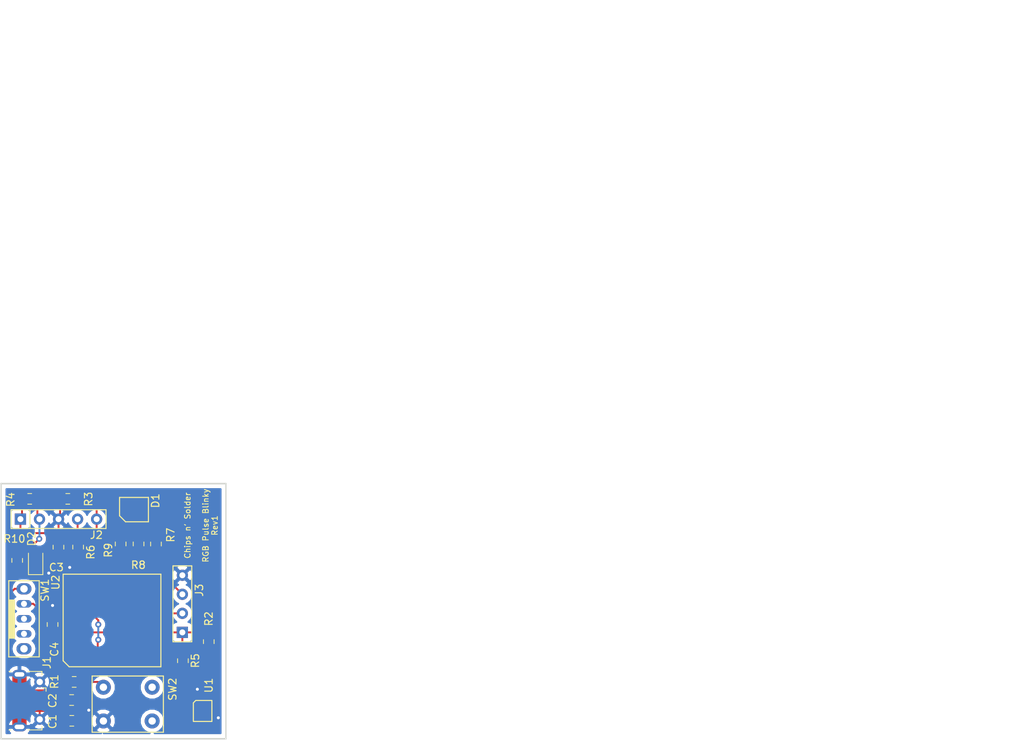
<source format=kicad_pcb>
(kicad_pcb (version 20171130) (host pcbnew 5.0.0-fee4fd1~66~ubuntu18.04.1)

  (general
    (thickness 1.6)
    (drawings 10)
    (tracks 183)
    (zones 0)
    (modules 23)
    (nets 30)
  )

  (page A4)
  (title_block
    (title "RGB Pulse Blinky")
    (date 2018-08-22)
    (rev 1)
    (company "Chips n' Solder")
  )

  (layers
    (0 F.Cu signal)
    (31 B.Cu signal)
    (32 B.Adhes user)
    (33 F.Adhes user)
    (34 B.Paste user)
    (35 F.Paste user)
    (36 B.SilkS user)
    (37 F.SilkS user)
    (38 B.Mask user)
    (39 F.Mask user)
    (40 Dwgs.User user)
    (41 Cmts.User user)
    (42 Eco1.User user)
    (43 Eco2.User user)
    (44 Edge.Cuts user)
    (45 Margin user)
    (46 B.CrtYd user)
    (47 F.CrtYd user)
    (48 B.Fab user)
    (49 F.Fab user hide)
  )

  (setup
    (last_trace_width 0.25)
    (trace_clearance 0.2)
    (zone_clearance 0.508)
    (zone_45_only no)
    (trace_min 0.2)
    (segment_width 0.2)
    (edge_width 0.15)
    (via_size 0.8)
    (via_drill 0.4)
    (via_min_size 0.4)
    (via_min_drill 0.3)
    (uvia_size 0.3)
    (uvia_drill 0.1)
    (uvias_allowed no)
    (uvia_min_size 0.2)
    (uvia_min_drill 0.1)
    (pcb_text_width 0.3)
    (pcb_text_size 1.5 1.5)
    (mod_edge_width 0.15)
    (mod_text_size 1 1)
    (mod_text_width 0.15)
    (pad_size 1.524 1.524)
    (pad_drill 0.762)
    (pad_to_mask_clearance 0.2)
    (aux_axis_origin 130.048 133.35)
    (grid_origin 130.048 133.35)
    (visible_elements FFFFFF7F)
    (pcbplotparams
      (layerselection 0x010fc_ffffffff)
      (usegerberextensions false)
      (usegerberattributes false)
      (usegerberadvancedattributes false)
      (creategerberjobfile false)
      (excludeedgelayer true)
      (linewidth 0.100000)
      (plotframeref false)
      (viasonmask false)
      (mode 1)
      (useauxorigin false)
      (hpglpennumber 1)
      (hpglpenspeed 20)
      (hpglpendiameter 15.000000)
      (psnegative false)
      (psa4output false)
      (plotreference true)
      (plotvalue false)
      (plotinvisibletext false)
      (padsonsilk false)
      (subtractmaskfromsilk true)
      (outputformat 1)
      (mirror false)
      (drillshape 0)
      (scaleselection 1)
      (outputdirectory "Gerbers/"))
  )

  (net 0 "")
  (net 1 "Net-(C1-Pad1)")
  (net 2 GND)
  (net 3 "Net-(C3-Pad1)")
  (net 4 VDD)
  (net 5 "Net-(D1-Pad3)")
  (net 6 "Net-(D1-Pad1)")
  (net 7 "Net-(D1-Pad2)")
  (net 8 "Net-(D2-Pad2)")
  (net 9 "Net-(J1-Pad2)")
  (net 10 "Net-(J1-Pad4)")
  (net 11 "Net-(J1-Pad3)")
  (net 12 "Net-(J2-Pad4)")
  (net 13 "Net-(J2-Pad5)")
  (net 14 "Net-(J3-Pad2)")
  (net 15 "Net-(J3-Pad3)")
  (net 16 "Net-(R1-Pad2)")
  (net 17 "Net-(R2-Pad2)")
  (net 18 "Net-(R5-Pad2)")
  (net 19 "Net-(R7-Pad1)")
  (net 20 "Net-(R8-Pad1)")
  (net 21 "Net-(R9-Pad1)")
  (net 22 "Net-(U2-Pad3)")
  (net 23 "Net-(U2-Pad17)")
  (net 24 "Net-(U2-Pad5)")
  (net 25 "Net-(U2-Pad6)")
  (net 26 "Net-(U2-Pad7)")
  (net 27 "Net-(U2-Pad13)")
  (net 28 "Net-(U2-Pad8)")
  (net 29 "Net-(U2-Pad9)")

  (net_class Default "This is the default net class."
    (clearance 0.2)
    (trace_width 0.25)
    (via_dia 0.8)
    (via_drill 0.4)
    (uvia_dia 0.3)
    (uvia_drill 0.1)
    (add_net GND)
    (add_net "Net-(C1-Pad1)")
    (add_net "Net-(C3-Pad1)")
    (add_net "Net-(D1-Pad1)")
    (add_net "Net-(D1-Pad2)")
    (add_net "Net-(D1-Pad3)")
    (add_net "Net-(D2-Pad2)")
    (add_net "Net-(J1-Pad2)")
    (add_net "Net-(J1-Pad3)")
    (add_net "Net-(J1-Pad4)")
    (add_net "Net-(J2-Pad4)")
    (add_net "Net-(J2-Pad5)")
    (add_net "Net-(J3-Pad2)")
    (add_net "Net-(J3-Pad3)")
    (add_net "Net-(R1-Pad2)")
    (add_net "Net-(R2-Pad2)")
    (add_net "Net-(R5-Pad2)")
    (add_net "Net-(R7-Pad1)")
    (add_net "Net-(R8-Pad1)")
    (add_net "Net-(R9-Pad1)")
    (add_net "Net-(U2-Pad13)")
    (add_net "Net-(U2-Pad17)")
    (add_net "Net-(U2-Pad3)")
    (add_net "Net-(U2-Pad5)")
    (add_net "Net-(U2-Pad6)")
    (add_net "Net-(U2-Pad7)")
    (add_net "Net-(U2-Pad8)")
    (add_net "Net-(U2-Pad9)")
    (add_net VDD)
  )

  (module Capacitor_SMD:C_0805_2012Metric_Pad1.15x1.40mm_HandSolder (layer F.Cu) (tedit 5B36C52B) (tstamp 5BA179CD)
    (at 139.47 130.958)
    (descr "Capacitor SMD 0805 (2012 Metric), square (rectangular) end terminal, IPC_7351 nominal with elongated pad for handsoldering. (Body size source: https://docs.google.com/spreadsheets/d/1BsfQQcO9C6DZCsRaXUlFlo91Tg2WpOkGARC1WS5S8t0/edit?usp=sharing), generated with kicad-footprint-generator")
    (tags "capacitor handsolder")
    (path /5B7E7139)
    (attr smd)
    (fp_text reference C1 (at -2.564 0.106 90) (layer F.SilkS)
      (effects (font (size 1 1) (thickness 0.15)))
    )
    (fp_text value 10u (at 0 1.65) (layer F.Fab)
      (effects (font (size 1 1) (thickness 0.15)))
    )
    (fp_text user %R (at 0 0) (layer F.Fab)
      (effects (font (size 0.5 0.5) (thickness 0.08)))
    )
    (fp_line (start 1.85 0.95) (end -1.85 0.95) (layer F.CrtYd) (width 0.05))
    (fp_line (start 1.85 -0.95) (end 1.85 0.95) (layer F.CrtYd) (width 0.05))
    (fp_line (start -1.85 -0.95) (end 1.85 -0.95) (layer F.CrtYd) (width 0.05))
    (fp_line (start -1.85 0.95) (end -1.85 -0.95) (layer F.CrtYd) (width 0.05))
    (fp_line (start -0.261252 0.71) (end 0.261252 0.71) (layer F.SilkS) (width 0.12))
    (fp_line (start -0.261252 -0.71) (end 0.261252 -0.71) (layer F.SilkS) (width 0.12))
    (fp_line (start 1 0.6) (end -1 0.6) (layer F.Fab) (width 0.1))
    (fp_line (start 1 -0.6) (end 1 0.6) (layer F.Fab) (width 0.1))
    (fp_line (start -1 -0.6) (end 1 -0.6) (layer F.Fab) (width 0.1))
    (fp_line (start -1 0.6) (end -1 -0.6) (layer F.Fab) (width 0.1))
    (pad 2 smd roundrect (at 1.025 0) (size 1.15 1.4) (layers F.Cu F.Paste F.Mask) (roundrect_rratio 0.217391)
      (net 2 GND))
    (pad 1 smd roundrect (at -1.025 0) (size 1.15 1.4) (layers F.Cu F.Paste F.Mask) (roundrect_rratio 0.217391)
      (net 1 "Net-(C1-Pad1)"))
    (model ${KISYS3DMOD}/Capacitor_SMD.3dshapes/C_0805_2012Metric.wrl
      (at (xyz 0 0 0))
      (scale (xyz 1 1 1))
      (rotate (xyz 0 0 0))
    )
  )

  (module Capacitor_SMD:C_0805_2012Metric_Pad1.15x1.40mm_HandSolder (layer F.Cu) (tedit 5B36C52B) (tstamp 5BA179DE)
    (at 139.45 128.188)
    (descr "Capacitor SMD 0805 (2012 Metric), square (rectangular) end terminal, IPC_7351 nominal with elongated pad for handsoldering. (Body size source: https://docs.google.com/spreadsheets/d/1BsfQQcO9C6DZCsRaXUlFlo91Tg2WpOkGARC1WS5S8t0/edit?usp=sharing), generated with kicad-footprint-generator")
    (tags "capacitor handsolder")
    (path /5B7E953A)
    (attr smd)
    (fp_text reference C2 (at -2.544 0.082 90) (layer F.SilkS)
      (effects (font (size 1 1) (thickness 0.15)))
    )
    (fp_text value 1u (at 0 1.65) (layer F.Fab)
      (effects (font (size 1 1) (thickness 0.15)))
    )
    (fp_text user %R (at 0 0) (layer F.Fab)
      (effects (font (size 0.5 0.5) (thickness 0.08)))
    )
    (fp_line (start 1.85 0.95) (end -1.85 0.95) (layer F.CrtYd) (width 0.05))
    (fp_line (start 1.85 -0.95) (end 1.85 0.95) (layer F.CrtYd) (width 0.05))
    (fp_line (start -1.85 -0.95) (end 1.85 -0.95) (layer F.CrtYd) (width 0.05))
    (fp_line (start -1.85 0.95) (end -1.85 -0.95) (layer F.CrtYd) (width 0.05))
    (fp_line (start -0.261252 0.71) (end 0.261252 0.71) (layer F.SilkS) (width 0.12))
    (fp_line (start -0.261252 -0.71) (end 0.261252 -0.71) (layer F.SilkS) (width 0.12))
    (fp_line (start 1 0.6) (end -1 0.6) (layer F.Fab) (width 0.1))
    (fp_line (start 1 -0.6) (end 1 0.6) (layer F.Fab) (width 0.1))
    (fp_line (start -1 -0.6) (end 1 -0.6) (layer F.Fab) (width 0.1))
    (fp_line (start -1 0.6) (end -1 -0.6) (layer F.Fab) (width 0.1))
    (pad 2 smd roundrect (at 1.025 0) (size 1.15 1.4) (layers F.Cu F.Paste F.Mask) (roundrect_rratio 0.217391)
      (net 2 GND))
    (pad 1 smd roundrect (at -1.025 0) (size 1.15 1.4) (layers F.Cu F.Paste F.Mask) (roundrect_rratio 0.217391)
      (net 1 "Net-(C1-Pad1)"))
    (model ${KISYS3DMOD}/Capacitor_SMD.3dshapes/C_0805_2012Metric.wrl
      (at (xyz 0 0 0))
      (scale (xyz 1 1 1))
      (rotate (xyz 0 0 0))
    )
  )

  (module Capacitor_SMD:C_0805_2012Metric_Pad1.15x1.40mm_HandSolder (layer F.Cu) (tedit 5B36C52B) (tstamp 5BA179EF)
    (at 137.692 107.79 90)
    (descr "Capacitor SMD 0805 (2012 Metric), square (rectangular) end terminal, IPC_7351 nominal with elongated pad for handsoldering. (Body size source: https://docs.google.com/spreadsheets/d/1BsfQQcO9C6DZCsRaXUlFlo91Tg2WpOkGARC1WS5S8t0/edit?usp=sharing), generated with kicad-footprint-generator")
    (tags "capacitor handsolder")
    (path /5B7549B6)
    (attr smd)
    (fp_text reference C3 (at -2.7 -0.278 180) (layer F.SilkS)
      (effects (font (size 1 1) (thickness 0.15)))
    )
    (fp_text value 0.1uF (at 0 1.65 90) (layer F.Fab)
      (effects (font (size 1 1) (thickness 0.15)))
    )
    (fp_text user %R (at 0 0 90) (layer F.Fab)
      (effects (font (size 0.5 0.5) (thickness 0.08)))
    )
    (fp_line (start 1.85 0.95) (end -1.85 0.95) (layer F.CrtYd) (width 0.05))
    (fp_line (start 1.85 -0.95) (end 1.85 0.95) (layer F.CrtYd) (width 0.05))
    (fp_line (start -1.85 -0.95) (end 1.85 -0.95) (layer F.CrtYd) (width 0.05))
    (fp_line (start -1.85 0.95) (end -1.85 -0.95) (layer F.CrtYd) (width 0.05))
    (fp_line (start -0.261252 0.71) (end 0.261252 0.71) (layer F.SilkS) (width 0.12))
    (fp_line (start -0.261252 -0.71) (end 0.261252 -0.71) (layer F.SilkS) (width 0.12))
    (fp_line (start 1 0.6) (end -1 0.6) (layer F.Fab) (width 0.1))
    (fp_line (start 1 -0.6) (end 1 0.6) (layer F.Fab) (width 0.1))
    (fp_line (start -1 -0.6) (end 1 -0.6) (layer F.Fab) (width 0.1))
    (fp_line (start -1 0.6) (end -1 -0.6) (layer F.Fab) (width 0.1))
    (pad 2 smd roundrect (at 1.025 0 90) (size 1.15 1.4) (layers F.Cu F.Paste F.Mask) (roundrect_rratio 0.217391)
      (net 2 GND))
    (pad 1 smd roundrect (at -1.025 0 90) (size 1.15 1.4) (layers F.Cu F.Paste F.Mask) (roundrect_rratio 0.217391)
      (net 3 "Net-(C3-Pad1)"))
    (model ${KISYS3DMOD}/Capacitor_SMD.3dshapes/C_0805_2012Metric.wrl
      (at (xyz 0 0 0))
      (scale (xyz 1 1 1))
      (rotate (xyz 0 0 0))
    )
  )

  (module Capacitor_SMD:C_0805_2012Metric_Pad1.15x1.40mm_HandSolder (layer F.Cu) (tedit 5B36C52B) (tstamp 5BA17A00)
    (at 136.906 118.11 90)
    (descr "Capacitor SMD 0805 (2012 Metric), square (rectangular) end terminal, IPC_7351 nominal with elongated pad for handsoldering. (Body size source: https://docs.google.com/spreadsheets/d/1BsfQQcO9C6DZCsRaXUlFlo91Tg2WpOkGARC1WS5S8t0/edit?usp=sharing), generated with kicad-footprint-generator")
    (tags "capacitor handsolder")
    (path /5B70AC07)
    (attr smd)
    (fp_text reference C4 (at -3.302 0.254 90) (layer F.SilkS)
      (effects (font (size 1 1) (thickness 0.15)))
    )
    (fp_text value 0.1uF (at 0 1.65 90) (layer F.Fab)
      (effects (font (size 1 1) (thickness 0.15)))
    )
    (fp_text user %R (at 0 0 90) (layer F.Fab)
      (effects (font (size 0.5 0.5) (thickness 0.08)))
    )
    (fp_line (start 1.85 0.95) (end -1.85 0.95) (layer F.CrtYd) (width 0.05))
    (fp_line (start 1.85 -0.95) (end 1.85 0.95) (layer F.CrtYd) (width 0.05))
    (fp_line (start -1.85 -0.95) (end 1.85 -0.95) (layer F.CrtYd) (width 0.05))
    (fp_line (start -1.85 0.95) (end -1.85 -0.95) (layer F.CrtYd) (width 0.05))
    (fp_line (start -0.261252 0.71) (end 0.261252 0.71) (layer F.SilkS) (width 0.12))
    (fp_line (start -0.261252 -0.71) (end 0.261252 -0.71) (layer F.SilkS) (width 0.12))
    (fp_line (start 1 0.6) (end -1 0.6) (layer F.Fab) (width 0.1))
    (fp_line (start 1 -0.6) (end 1 0.6) (layer F.Fab) (width 0.1))
    (fp_line (start -1 -0.6) (end 1 -0.6) (layer F.Fab) (width 0.1))
    (fp_line (start -1 0.6) (end -1 -0.6) (layer F.Fab) (width 0.1))
    (pad 2 smd roundrect (at 1.025 0 90) (size 1.15 1.4) (layers F.Cu F.Paste F.Mask) (roundrect_rratio 0.217391)
      (net 2 GND))
    (pad 1 smd roundrect (at -1.025 0 90) (size 1.15 1.4) (layers F.Cu F.Paste F.Mask) (roundrect_rratio 0.217391)
      (net 4 VDD))
    (model ${KISYS3DMOD}/Capacitor_SMD.3dshapes/C_0805_2012Metric.wrl
      (at (xyz 0 0 0))
      (scale (xyz 1 1 1))
      (rotate (xyz 0 0 0))
    )
  )

  (module "RGB Pulse Blinky:LED_RGB" (layer F.Cu) (tedit 5B7DFD14) (tstamp 5BA17A11)
    (at 147.762 102.78)
    (path /5B711425)
    (attr smd)
    (fp_text reference D1 (at 2.86 -1.18 90) (layer F.SilkS)
      (effects (font (size 1 1) (thickness 0.15)))
    )
    (fp_text value LED_RGB_Common_Anode (at 0.04 -2.54) (layer F.Fab)
      (effects (font (size 1 1) (thickness 0.15)))
    )
    (fp_line (start -2.1 1.8) (end -2.1 -1.8) (layer F.CrtYd) (width 0.05))
    (fp_line (start 2.1 1.8) (end -2.1 1.8) (layer F.CrtYd) (width 0.05))
    (fp_line (start 2.1 -1.8) (end 2.1 1.8) (layer F.CrtYd) (width 0.05))
    (fp_line (start -2.1 -1.8) (end 2.1 -1.8) (layer F.CrtYd) (width 0.05))
    (fp_line (start 1.925 1.625) (end -1.125 1.625) (layer F.SilkS) (width 0.15))
    (fp_line (start 1.925 -1.625) (end 1.925 1.625) (layer F.SilkS) (width 0.15))
    (fp_line (start -1.925 -1.625) (end 1.925 -1.625) (layer F.SilkS) (width 0.15))
    (fp_line (start -1.925 0.825) (end -1.925 -1.625) (layer F.SilkS) (width 0.15))
    (fp_line (start -1.125 1.625) (end -1.925 0.825) (layer F.SilkS) (width 0.15))
    (pad 2 smd rect (at 0.925 0.625) (size 1 1) (layers F.Cu F.Paste F.Mask)
      (net 7 "Net-(D1-Pad2)"))
    (pad 1 smd rect (at 0.925 -0.625) (size 1 1) (layers F.Cu F.Paste F.Mask)
      (net 6 "Net-(D1-Pad1)"))
    (pad 3 smd rect (at -0.925 0.625) (size 1 1) (layers F.Cu F.Paste F.Mask)
      (net 5 "Net-(D1-Pad3)"))
    (pad 4 smd rect (at -0.925 -0.625) (size 1 1) (layers F.Cu F.Paste F.Mask)
      (net 4 VDD))
  )

  (module LED_SMD:LED_0805_2012Metric_Pad1.15x1.40mm_HandSolder (layer F.Cu) (tedit 5B4B45C9) (tstamp 5BA17A24)
    (at 134.648 109.594 90)
    (descr "LED SMD 0805 (2012 Metric), square (rectangular) end terminal, IPC_7351 nominal, (Body size source: https://docs.google.com/spreadsheets/d/1BsfQQcO9C6DZCsRaXUlFlo91Tg2WpOkGARC1WS5S8t0/edit?usp=sharing), generated with kicad-footprint-generator")
    (tags "LED handsolder")
    (path /5B7AA4CB)
    (attr smd)
    (fp_text reference D2 (at 2.914 -0.536 90) (layer F.SilkS)
      (effects (font (size 1 1) (thickness 0.15)))
    )
    (fp_text value LED (at 0 1.65 90) (layer F.Fab)
      (effects (font (size 1 1) (thickness 0.15)))
    )
    (fp_text user %R (at 0 0 90) (layer F.Fab)
      (effects (font (size 0.5 0.5) (thickness 0.08)))
    )
    (fp_line (start 1.85 0.95) (end -1.85 0.95) (layer F.CrtYd) (width 0.05))
    (fp_line (start 1.85 -0.95) (end 1.85 0.95) (layer F.CrtYd) (width 0.05))
    (fp_line (start -1.85 -0.95) (end 1.85 -0.95) (layer F.CrtYd) (width 0.05))
    (fp_line (start -1.85 0.95) (end -1.85 -0.95) (layer F.CrtYd) (width 0.05))
    (fp_line (start -1.86 0.96) (end 1 0.96) (layer F.SilkS) (width 0.12))
    (fp_line (start -1.86 -0.96) (end -1.86 0.96) (layer F.SilkS) (width 0.12))
    (fp_line (start 1 -0.96) (end -1.86 -0.96) (layer F.SilkS) (width 0.12))
    (fp_line (start 1 0.6) (end 1 -0.6) (layer F.Fab) (width 0.1))
    (fp_line (start -1 0.6) (end 1 0.6) (layer F.Fab) (width 0.1))
    (fp_line (start -1 -0.3) (end -1 0.6) (layer F.Fab) (width 0.1))
    (fp_line (start -0.7 -0.6) (end -1 -0.3) (layer F.Fab) (width 0.1))
    (fp_line (start 1 -0.6) (end -0.7 -0.6) (layer F.Fab) (width 0.1))
    (pad 2 smd roundrect (at 1.025 0 90) (size 1.15 1.4) (layers F.Cu F.Paste F.Mask) (roundrect_rratio 0.217391)
      (net 8 "Net-(D2-Pad2)"))
    (pad 1 smd roundrect (at -1.025 0 90) (size 1.15 1.4) (layers F.Cu F.Paste F.Mask) (roundrect_rratio 0.217391)
      (net 2 GND))
    (model ${KISYS3DMOD}/LED_SMD.3dshapes/LED_0805_2012Metric.wrl
      (at (xyz 0 0 0))
      (scale (xyz 1 1 1))
      (rotate (xyz 0 0 0))
    )
  )

  (module "RGB Pulse Blinky:USB_Micro-B_Molex-105017-0001" (layer F.Cu) (tedit 598B308E) (tstamp 5BA17A4D)
    (at 132.842 128.27 270)
    (descr http://www.molex.com/pdm_docs/sd/1050170001_sd.pdf)
    (tags "Micro-USB SMD Typ-B")
    (path /5B791371)
    (attr smd)
    (fp_text reference J1 (at -5.08 -3.302 270) (layer F.SilkS)
      (effects (font (size 1 1) (thickness 0.15)))
    )
    (fp_text value USB_B_Micro (at 0.3 3.45 270) (layer F.Fab)
      (effects (font (size 1 1) (thickness 0.15)))
    )
    (fp_line (start -1.1 -3.01) (end -1.1 -2.8) (layer F.Fab) (width 0.1))
    (fp_line (start -1.5 -3.01) (end -1.5 -2.8) (layer F.Fab) (width 0.1))
    (fp_line (start -1.5 -3.01) (end -1.1 -3.01) (layer F.Fab) (width 0.1))
    (fp_line (start -1.1 -2.8) (end -1.3 -2.6) (layer F.Fab) (width 0.1))
    (fp_line (start -1.3 -2.6) (end -1.5 -2.8) (layer F.Fab) (width 0.1))
    (fp_line (start -1.7 -3.2) (end -1.7 -2.75) (layer F.SilkS) (width 0.12))
    (fp_line (start -1.7 -3.2) (end -1.25 -3.2) (layer F.SilkS) (width 0.12))
    (fp_text user %R (at 0 0 270) (layer F.Fab)
      (effects (font (size 1 1) (thickness 0.15)))
    )
    (fp_line (start 3.9 -2.65) (end 3.45 -2.65) (layer F.SilkS) (width 0.12))
    (fp_line (start 3.9 -0.8) (end 3.9 -2.65) (layer F.SilkS) (width 0.12))
    (fp_line (start -3.9 1.75) (end -3.9 1.5) (layer F.SilkS) (width 0.12))
    (fp_line (start -3.75 2.5) (end -3.75 -2.5) (layer F.Fab) (width 0.1))
    (fp_line (start -3.75 -2.5) (end 3.75 -2.5) (layer F.Fab) (width 0.1))
    (fp_line (start -3.75 2.501704) (end 3.75 2.501704) (layer F.Fab) (width 0.1))
    (fp_line (start -3 1.801704) (end 3 1.801704) (layer F.Fab) (width 0.1))
    (fp_line (start 3.75 2.5) (end 3.75 -2.5) (layer F.Fab) (width 0.1))
    (fp_line (start 3.9 1.75) (end 3.9 1.5) (layer F.SilkS) (width 0.12))
    (fp_line (start -3.9 -0.8) (end -3.9 -2.65) (layer F.SilkS) (width 0.12))
    (fp_line (start -3.9 -2.65) (end -3.45 -2.65) (layer F.SilkS) (width 0.12))
    (fp_text user "PCB Edge" (at 0 1.8 270) (layer Dwgs.User)
      (effects (font (size 0.5 0.5) (thickness 0.08)))
    )
    (fp_line (start -4.4 2.75) (end -4.4 -3.35) (layer F.CrtYd) (width 0.05))
    (fp_line (start -4.4 -3.35) (end 4.4 -3.35) (layer F.CrtYd) (width 0.05))
    (fp_line (start 4.4 -3.35) (end 4.4 2.75) (layer F.CrtYd) (width 0.05))
    (fp_line (start -4.4 2.75) (end 4.4 2.75) (layer F.CrtYd) (width 0.05))
    (pad 6 smd rect (at -2.9 0.35 270) (size 1.2 1.9) (layers F.Cu F.Mask)
      (net 2 GND))
    (pad 6 smd rect (at 2.9 0.35 270) (size 1.2 1.9) (layers F.Cu F.Mask)
      (net 2 GND))
    (pad 6 thru_hole oval (at 3.5 0.35 270) (size 1.2 1.9) (drill oval 0.6 1.3) (layers *.Cu *.Mask)
      (net 2 GND))
    (pad 6 thru_hole oval (at -3.5 0.35 90) (size 1.2 1.9) (drill oval 0.6 1.3) (layers *.Cu *.Mask)
      (net 2 GND))
    (pad 6 smd rect (at -1 0.35 270) (size 1.5 1.9) (layers F.Cu F.Paste F.Mask)
      (net 2 GND))
    (pad 6 thru_hole circle (at 2.5 -2.35 270) (size 1.45 1.45) (drill 0.85) (layers *.Cu *.Mask)
      (net 2 GND))
    (pad 3 smd rect (at 0 -2.35 270) (size 0.4 1.35) (layers F.Cu F.Paste F.Mask)
      (net 11 "Net-(J1-Pad3)"))
    (pad 4 smd rect (at 0.65 -2.35 270) (size 0.4 1.35) (layers F.Cu F.Paste F.Mask)
      (net 10 "Net-(J1-Pad4)"))
    (pad 5 smd rect (at 1.3 -2.35 270) (size 0.4 1.35) (layers F.Cu F.Paste F.Mask)
      (net 2 GND))
    (pad 1 smd rect (at -1.3 -2.35 270) (size 0.4 1.35) (layers F.Cu F.Paste F.Mask)
      (net 1 "Net-(C1-Pad1)"))
    (pad 2 smd rect (at -0.65 -2.35 270) (size 0.4 1.35) (layers F.Cu F.Paste F.Mask)
      (net 9 "Net-(J1-Pad2)"))
    (pad 6 thru_hole circle (at -2.5 -2.35 270) (size 1.45 1.45) (drill 0.85) (layers *.Cu *.Mask)
      (net 2 GND))
    (pad 6 smd rect (at 1 0.35 270) (size 1.5 1.9) (layers F.Cu F.Paste F.Mask)
      (net 2 GND))
    (model ${KISYS3DMOD}/Connectors_USB.3dshapes/USB_Micro-B_Molex-105017-0001.wrl
      (at (xyz 0 0 0))
      (scale (xyz 1 1 1))
      (rotate (xyz 0 0 0))
    )
  )

  (module "RGB Pulse Blinky:Header_Male_5_Pin" (layer F.Cu) (tedit 5B783C49) (tstamp 5BA17A5F)
    (at 137.702 104.05)
    (path /5B74F629)
    (fp_text reference J2 (at 5.046 2.122) (layer F.SilkS)
      (effects (font (size 1 1) (thickness 0.15)))
    )
    (fp_text value Header_Male_5_Pin (at 0 -2.25) (layer F.Fab)
      (effects (font (size 1 1) (thickness 0.15)))
    )
    (fp_line (start -6.5 1.4) (end -6.5 -1.4) (layer F.CrtYd) (width 0.05))
    (fp_line (start 6.5 1.4) (end -6.5 1.4) (layer F.CrtYd) (width 0.05))
    (fp_line (start 6.5 -1.4) (end 6.5 1.4) (layer F.CrtYd) (width 0.05))
    (fp_line (start -6.5 -1.4) (end 6.5 -1.4) (layer F.CrtYd) (width 0.05))
    (fp_line (start -3.81 -1.25) (end -3.81 1.25) (layer F.SilkS) (width 0.15))
    (fp_line (start -6.33 1.25) (end -6.33 -1.25) (layer F.SilkS) (width 0.15))
    (fp_line (start 6.33 1.25) (end -6.33 1.25) (layer F.SilkS) (width 0.15))
    (fp_line (start 6.33 -1.25) (end 6.33 1.25) (layer F.SilkS) (width 0.15))
    (fp_line (start -6.33 -1.25) (end 6.33 -1.25) (layer F.SilkS) (width 0.15))
    (pad 5 thru_hole circle (at 5.08 0) (size 1.5 1.5) (drill 0.8) (layers *.Cu *.Mask)
      (net 13 "Net-(J2-Pad5)"))
    (pad 4 thru_hole circle (at 2.54 0) (size 1.5 1.5) (drill 0.8) (layers *.Cu *.Mask)
      (net 12 "Net-(J2-Pad4)"))
    (pad 3 thru_hole circle (at 0 0) (size 1.5 1.5) (drill 0.8) (layers *.Cu *.Mask)
      (net 2 GND))
    (pad 2 thru_hole circle (at -2.54 0) (size 1.5 1.5) (drill 0.8) (layers *.Cu *.Mask)
      (net 4 VDD))
    (pad 1 thru_hole rect (at -5.08 0) (size 1.5 1.5) (drill 0.8) (layers *.Cu *.Mask)
      (net 3 "Net-(C3-Pad1)"))
  )

  (module "RGB Pulse Blinky:Header_Male_4_Pin" (layer F.Cu) (tedit 5B783CBB) (tstamp 5BA17A6F)
    (at 154.212 115.35 90)
    (path /5B7C546A)
    (fp_text reference J3 (at 1.812 2.252 90) (layer F.SilkS)
      (effects (font (size 1 1) (thickness 0.15)))
    )
    (fp_text value Header_Male_4_Pin (at 0 -2.25 90) (layer F.Fab)
      (effects (font (size 1 1) (thickness 0.15)))
    )
    (fp_line (start -5.2 1.4) (end -5.2 -1.4) (layer F.CrtYd) (width 0.05))
    (fp_line (start 5.2 1.4) (end -5.2 1.4) (layer F.CrtYd) (width 0.05))
    (fp_line (start 5.2 -1.4) (end 5.2 1.4) (layer F.CrtYd) (width 0.05))
    (fp_line (start -5.2 -1.4) (end 5.2 -1.4) (layer F.CrtYd) (width 0.05))
    (fp_line (start -5.06 1.25) (end -5.06 -1.25) (layer F.SilkS) (width 0.15))
    (fp_line (start 5.06 1.25) (end -5.06 1.25) (layer F.SilkS) (width 0.15))
    (fp_line (start 5.06 -1.25) (end 5.06 1.25) (layer F.SilkS) (width 0.15))
    (fp_line (start -5.06 -1.25) (end 5.06 -1.25) (layer F.SilkS) (width 0.15))
    (pad 4 thru_hole circle (at 3.81 0 90) (size 1.5 1.5) (drill 0.8) (layers *.Cu *.Mask)
      (net 2 GND))
    (pad 3 thru_hole circle (at 1.27 0 90) (size 1.5 1.5) (drill 0.8) (layers *.Cu *.Mask)
      (net 15 "Net-(J3-Pad3)"))
    (pad 2 thru_hole circle (at -1.27 0 90) (size 1.5 1.5) (drill 0.8) (layers *.Cu *.Mask)
      (net 14 "Net-(J3-Pad2)"))
    (pad 1 thru_hole rect (at -3.81 0 90) (size 1.5 1.5) (drill 0.8) (layers *.Cu *.Mask)
      (net 4 VDD))
  )

  (module Resistor_SMD:R_0805_2012Metric_Pad1.15x1.40mm_HandSolder (layer F.Cu) (tedit 5B36C52B) (tstamp 5BA17A80)
    (at 139.787 125.77)
    (descr "Resistor SMD 0805 (2012 Metric), square (rectangular) end terminal, IPC_7351 nominal with elongated pad for handsoldering. (Body size source: https://docs.google.com/spreadsheets/d/1BsfQQcO9C6DZCsRaXUlFlo91Tg2WpOkGARC1WS5S8t0/edit?usp=sharing), generated with kicad-footprint-generator")
    (tags "resistor handsolder")
    (path /5B70C127)
    (attr smd)
    (fp_text reference R1 (at -2.627 -0.04 90) (layer F.SilkS)
      (effects (font (size 1 1) (thickness 0.15)))
    )
    (fp_text value 10k (at 0 1.65) (layer F.Fab)
      (effects (font (size 1 1) (thickness 0.15)))
    )
    (fp_text user %R (at 0 0) (layer F.Fab)
      (effects (font (size 0.5 0.5) (thickness 0.08)))
    )
    (fp_line (start 1.85 0.95) (end -1.85 0.95) (layer F.CrtYd) (width 0.05))
    (fp_line (start 1.85 -0.95) (end 1.85 0.95) (layer F.CrtYd) (width 0.05))
    (fp_line (start -1.85 -0.95) (end 1.85 -0.95) (layer F.CrtYd) (width 0.05))
    (fp_line (start -1.85 0.95) (end -1.85 -0.95) (layer F.CrtYd) (width 0.05))
    (fp_line (start -0.261252 0.71) (end 0.261252 0.71) (layer F.SilkS) (width 0.12))
    (fp_line (start -0.261252 -0.71) (end 0.261252 -0.71) (layer F.SilkS) (width 0.12))
    (fp_line (start 1 0.6) (end -1 0.6) (layer F.Fab) (width 0.1))
    (fp_line (start 1 -0.6) (end 1 0.6) (layer F.Fab) (width 0.1))
    (fp_line (start -1 -0.6) (end 1 -0.6) (layer F.Fab) (width 0.1))
    (fp_line (start -1 0.6) (end -1 -0.6) (layer F.Fab) (width 0.1))
    (pad 2 smd roundrect (at 1.025 0) (size 1.15 1.4) (layers F.Cu F.Paste F.Mask) (roundrect_rratio 0.217391)
      (net 16 "Net-(R1-Pad2)"))
    (pad 1 smd roundrect (at -1.025 0) (size 1.15 1.4) (layers F.Cu F.Paste F.Mask) (roundrect_rratio 0.217391)
      (net 4 VDD))
    (model ${KISYS3DMOD}/Resistor_SMD.3dshapes/R_0805_2012Metric.wrl
      (at (xyz 0 0 0))
      (scale (xyz 1 1 1))
      (rotate (xyz 0 0 0))
    )
  )

  (module Resistor_SMD:R_0805_2012Metric_Pad1.15x1.40mm_HandSolder (layer F.Cu) (tedit 5B36C52B) (tstamp 5BA17A91)
    (at 157.734 120.396 270)
    (descr "Resistor SMD 0805 (2012 Metric), square (rectangular) end terminal, IPC_7351 nominal with elongated pad for handsoldering. (Body size source: https://docs.google.com/spreadsheets/d/1BsfQQcO9C6DZCsRaXUlFlo91Tg2WpOkGARC1WS5S8t0/edit?usp=sharing), generated with kicad-footprint-generator")
    (tags "resistor handsolder")
    (path /5B706C89)
    (attr smd)
    (fp_text reference R2 (at -3.048 0 270) (layer F.SilkS)
      (effects (font (size 1 1) (thickness 0.15)))
    )
    (fp_text value 220 (at 0 1.65 270) (layer F.Fab)
      (effects (font (size 1 1) (thickness 0.15)))
    )
    (fp_text user %R (at 0 0 270) (layer F.Fab)
      (effects (font (size 0.5 0.5) (thickness 0.08)))
    )
    (fp_line (start 1.85 0.95) (end -1.85 0.95) (layer F.CrtYd) (width 0.05))
    (fp_line (start 1.85 -0.95) (end 1.85 0.95) (layer F.CrtYd) (width 0.05))
    (fp_line (start -1.85 -0.95) (end 1.85 -0.95) (layer F.CrtYd) (width 0.05))
    (fp_line (start -1.85 0.95) (end -1.85 -0.95) (layer F.CrtYd) (width 0.05))
    (fp_line (start -0.261252 0.71) (end 0.261252 0.71) (layer F.SilkS) (width 0.12))
    (fp_line (start -0.261252 -0.71) (end 0.261252 -0.71) (layer F.SilkS) (width 0.12))
    (fp_line (start 1 0.6) (end -1 0.6) (layer F.Fab) (width 0.1))
    (fp_line (start 1 -0.6) (end 1 0.6) (layer F.Fab) (width 0.1))
    (fp_line (start -1 -0.6) (end 1 -0.6) (layer F.Fab) (width 0.1))
    (fp_line (start -1 0.6) (end -1 -0.6) (layer F.Fab) (width 0.1))
    (pad 2 smd roundrect (at 1.025 0 270) (size 1.15 1.4) (layers F.Cu F.Paste F.Mask) (roundrect_rratio 0.217391)
      (net 17 "Net-(R2-Pad2)"))
    (pad 1 smd roundrect (at -1.025 0 270) (size 1.15 1.4) (layers F.Cu F.Paste F.Mask) (roundrect_rratio 0.217391)
      (net 4 VDD))
    (model ${KISYS3DMOD}/Resistor_SMD.3dshapes/R_0805_2012Metric.wrl
      (at (xyz 0 0 0))
      (scale (xyz 1 1 1))
      (rotate (xyz 0 0 0))
    )
  )

  (module Resistor_SMD:R_0805_2012Metric_Pad1.15x1.40mm_HandSolder (layer F.Cu) (tedit 5B36C52B) (tstamp 5BA17AA2)
    (at 138.938 101.346 180)
    (descr "Resistor SMD 0805 (2012 Metric), square (rectangular) end terminal, IPC_7351 nominal with elongated pad for handsoldering. (Body size source: https://docs.google.com/spreadsheets/d/1BsfQQcO9C6DZCsRaXUlFlo91Tg2WpOkGARC1WS5S8t0/edit?usp=sharing), generated with kicad-footprint-generator")
    (tags "resistor handsolder")
    (path /5B7915AF)
    (attr smd)
    (fp_text reference R3 (at -2.764 -0.034 270) (layer F.SilkS)
      (effects (font (size 1 1) (thickness 0.15)))
    )
    (fp_text value 10k (at 0 1.65 180) (layer F.Fab)
      (effects (font (size 1 1) (thickness 0.15)))
    )
    (fp_text user %R (at 0 0 180) (layer F.Fab)
      (effects (font (size 0.5 0.5) (thickness 0.08)))
    )
    (fp_line (start 1.85 0.95) (end -1.85 0.95) (layer F.CrtYd) (width 0.05))
    (fp_line (start 1.85 -0.95) (end 1.85 0.95) (layer F.CrtYd) (width 0.05))
    (fp_line (start -1.85 -0.95) (end 1.85 -0.95) (layer F.CrtYd) (width 0.05))
    (fp_line (start -1.85 0.95) (end -1.85 -0.95) (layer F.CrtYd) (width 0.05))
    (fp_line (start -0.261252 0.71) (end 0.261252 0.71) (layer F.SilkS) (width 0.12))
    (fp_line (start -0.261252 -0.71) (end 0.261252 -0.71) (layer F.SilkS) (width 0.12))
    (fp_line (start 1 0.6) (end -1 0.6) (layer F.Fab) (width 0.1))
    (fp_line (start 1 -0.6) (end 1 0.6) (layer F.Fab) (width 0.1))
    (fp_line (start -1 -0.6) (end 1 -0.6) (layer F.Fab) (width 0.1))
    (fp_line (start -1 0.6) (end -1 -0.6) (layer F.Fab) (width 0.1))
    (pad 2 smd roundrect (at 1.025 0 180) (size 1.15 1.4) (layers F.Cu F.Paste F.Mask) (roundrect_rratio 0.217391)
      (net 2 GND))
    (pad 1 smd roundrect (at -1.025 0 180) (size 1.15 1.4) (layers F.Cu F.Paste F.Mask) (roundrect_rratio 0.217391)
      (net 13 "Net-(J2-Pad5)"))
    (model ${KISYS3DMOD}/Resistor_SMD.3dshapes/R_0805_2012Metric.wrl
      (at (xyz 0 0 0))
      (scale (xyz 1 1 1))
      (rotate (xyz 0 0 0))
    )
  )

  (module Resistor_SMD:R_0805_2012Metric_Pad1.15x1.40mm_HandSolder (layer F.Cu) (tedit 5B36C52B) (tstamp 5BA17AB3)
    (at 133.858 101.346 180)
    (descr "Resistor SMD 0805 (2012 Metric), square (rectangular) end terminal, IPC_7351 nominal with elongated pad for handsoldering. (Body size source: https://docs.google.com/spreadsheets/d/1BsfQQcO9C6DZCsRaXUlFlo91Tg2WpOkGARC1WS5S8t0/edit?usp=sharing), generated with kicad-footprint-generator")
    (tags "resistor handsolder")
    (path /5B753D41)
    (attr smd)
    (fp_text reference R4 (at 2.54 -0.1 270) (layer F.SilkS)
      (effects (font (size 1 1) (thickness 0.15)))
    )
    (fp_text value 10k (at 0 1.65 180) (layer F.Fab)
      (effects (font (size 1 1) (thickness 0.15)))
    )
    (fp_text user %R (at 0 0 180) (layer F.Fab)
      (effects (font (size 0.5 0.5) (thickness 0.08)))
    )
    (fp_line (start 1.85 0.95) (end -1.85 0.95) (layer F.CrtYd) (width 0.05))
    (fp_line (start 1.85 -0.95) (end 1.85 0.95) (layer F.CrtYd) (width 0.05))
    (fp_line (start -1.85 -0.95) (end 1.85 -0.95) (layer F.CrtYd) (width 0.05))
    (fp_line (start -1.85 0.95) (end -1.85 -0.95) (layer F.CrtYd) (width 0.05))
    (fp_line (start -0.261252 0.71) (end 0.261252 0.71) (layer F.SilkS) (width 0.12))
    (fp_line (start -0.261252 -0.71) (end 0.261252 -0.71) (layer F.SilkS) (width 0.12))
    (fp_line (start 1 0.6) (end -1 0.6) (layer F.Fab) (width 0.1))
    (fp_line (start 1 -0.6) (end 1 0.6) (layer F.Fab) (width 0.1))
    (fp_line (start -1 -0.6) (end 1 -0.6) (layer F.Fab) (width 0.1))
    (fp_line (start -1 0.6) (end -1 -0.6) (layer F.Fab) (width 0.1))
    (pad 2 smd roundrect (at 1.025 0 180) (size 1.15 1.4) (layers F.Cu F.Paste F.Mask) (roundrect_rratio 0.217391)
      (net 3 "Net-(C3-Pad1)"))
    (pad 1 smd roundrect (at -1.025 0 180) (size 1.15 1.4) (layers F.Cu F.Paste F.Mask) (roundrect_rratio 0.217391)
      (net 4 VDD))
    (model ${KISYS3DMOD}/Resistor_SMD.3dshapes/R_0805_2012Metric.wrl
      (at (xyz 0 0 0))
      (scale (xyz 1 1 1))
      (rotate (xyz 0 0 0))
    )
  )

  (module Resistor_SMD:R_0805_2012Metric_Pad1.15x1.40mm_HandSolder (layer F.Cu) (tedit 5B36C52B) (tstamp 5BA17AC4)
    (at 154.286 122.94 270)
    (descr "Resistor SMD 0805 (2012 Metric), square (rectangular) end terminal, IPC_7351 nominal with elongated pad for handsoldering. (Body size source: https://docs.google.com/spreadsheets/d/1BsfQQcO9C6DZCsRaXUlFlo91Tg2WpOkGARC1WS5S8t0/edit?usp=sharing), generated with kicad-footprint-generator")
    (tags "resistor handsolder")
    (path /5B706B47)
    (attr smd)
    (fp_text reference R5 (at 0 -1.65 270) (layer F.SilkS)
      (effects (font (size 1 1) (thickness 0.15)))
    )
    (fp_text value 10k (at 0 1.65 270) (layer F.Fab)
      (effects (font (size 1 1) (thickness 0.15)))
    )
    (fp_text user %R (at 0 0 270) (layer F.Fab)
      (effects (font (size 0.5 0.5) (thickness 0.08)))
    )
    (fp_line (start 1.85 0.95) (end -1.85 0.95) (layer F.CrtYd) (width 0.05))
    (fp_line (start 1.85 -0.95) (end 1.85 0.95) (layer F.CrtYd) (width 0.05))
    (fp_line (start -1.85 -0.95) (end 1.85 -0.95) (layer F.CrtYd) (width 0.05))
    (fp_line (start -1.85 0.95) (end -1.85 -0.95) (layer F.CrtYd) (width 0.05))
    (fp_line (start -0.261252 0.71) (end 0.261252 0.71) (layer F.SilkS) (width 0.12))
    (fp_line (start -0.261252 -0.71) (end 0.261252 -0.71) (layer F.SilkS) (width 0.12))
    (fp_line (start 1 0.6) (end -1 0.6) (layer F.Fab) (width 0.1))
    (fp_line (start 1 -0.6) (end 1 0.6) (layer F.Fab) (width 0.1))
    (fp_line (start -1 -0.6) (end 1 -0.6) (layer F.Fab) (width 0.1))
    (fp_line (start -1 0.6) (end -1 -0.6) (layer F.Fab) (width 0.1))
    (pad 2 smd roundrect (at 1.025 0 270) (size 1.15 1.4) (layers F.Cu F.Paste F.Mask) (roundrect_rratio 0.217391)
      (net 18 "Net-(R5-Pad2)"))
    (pad 1 smd roundrect (at -1.025 0 270) (size 1.15 1.4) (layers F.Cu F.Paste F.Mask) (roundrect_rratio 0.217391)
      (net 4 VDD))
    (model ${KISYS3DMOD}/Resistor_SMD.3dshapes/R_0805_2012Metric.wrl
      (at (xyz 0 0 0))
      (scale (xyz 1 1 1))
      (rotate (xyz 0 0 0))
    )
  )

  (module Resistor_SMD:R_0805_2012Metric_Pad1.15x1.40mm_HandSolder (layer F.Cu) (tedit 5B36C52B) (tstamp 5BA17AD5)
    (at 140.312 107.78 270)
    (descr "Resistor SMD 0805 (2012 Metric), square (rectangular) end terminal, IPC_7351 nominal with elongated pad for handsoldering. (Body size source: https://docs.google.com/spreadsheets/d/1BsfQQcO9C6DZCsRaXUlFlo91Tg2WpOkGARC1WS5S8t0/edit?usp=sharing), generated with kicad-footprint-generator")
    (tags "resistor handsolder")
    (path /5B792E16)
    (attr smd)
    (fp_text reference R6 (at 0.678 -1.674 270) (layer F.SilkS)
      (effects (font (size 1 1) (thickness 0.15)))
    )
    (fp_text value 10k (at 0 1.65 270) (layer F.Fab)
      (effects (font (size 1 1) (thickness 0.15)))
    )
    (fp_text user %R (at 0 0 270) (layer F.Fab)
      (effects (font (size 0.5 0.5) (thickness 0.08)))
    )
    (fp_line (start 1.85 0.95) (end -1.85 0.95) (layer F.CrtYd) (width 0.05))
    (fp_line (start 1.85 -0.95) (end 1.85 0.95) (layer F.CrtYd) (width 0.05))
    (fp_line (start -1.85 -0.95) (end 1.85 -0.95) (layer F.CrtYd) (width 0.05))
    (fp_line (start -1.85 0.95) (end -1.85 -0.95) (layer F.CrtYd) (width 0.05))
    (fp_line (start -0.261252 0.71) (end 0.261252 0.71) (layer F.SilkS) (width 0.12))
    (fp_line (start -0.261252 -0.71) (end 0.261252 -0.71) (layer F.SilkS) (width 0.12))
    (fp_line (start 1 0.6) (end -1 0.6) (layer F.Fab) (width 0.1))
    (fp_line (start 1 -0.6) (end 1 0.6) (layer F.Fab) (width 0.1))
    (fp_line (start -1 -0.6) (end 1 -0.6) (layer F.Fab) (width 0.1))
    (fp_line (start -1 0.6) (end -1 -0.6) (layer F.Fab) (width 0.1))
    (pad 2 smd roundrect (at 1.025 0 270) (size 1.15 1.4) (layers F.Cu F.Paste F.Mask) (roundrect_rratio 0.217391)
      (net 2 GND))
    (pad 1 smd roundrect (at -1.025 0 270) (size 1.15 1.4) (layers F.Cu F.Paste F.Mask) (roundrect_rratio 0.217391)
      (net 12 "Net-(J2-Pad4)"))
    (model ${KISYS3DMOD}/Resistor_SMD.3dshapes/R_0805_2012Metric.wrl
      (at (xyz 0 0 0))
      (scale (xyz 1 1 1))
      (rotate (xyz 0 0 0))
    )
  )

  (module Resistor_SMD:R_0805_2012Metric_Pad1.15x1.40mm_HandSolder (layer F.Cu) (tedit 5B36C52B) (tstamp 5BA17AE6)
    (at 150.692 107.37 90)
    (descr "Resistor SMD 0805 (2012 Metric), square (rectangular) end terminal, IPC_7351 nominal with elongated pad for handsoldering. (Body size source: https://docs.google.com/spreadsheets/d/1BsfQQcO9C6DZCsRaXUlFlo91Tg2WpOkGARC1WS5S8t0/edit?usp=sharing), generated with kicad-footprint-generator")
    (tags "resistor handsolder")
    (path /5B7116EA)
    (attr smd)
    (fp_text reference R7 (at 1.198 1.962 90) (layer F.SilkS)
      (effects (font (size 1 1) (thickness 0.15)))
    )
    (fp_text value 150 (at 0 1.65 90) (layer F.Fab)
      (effects (font (size 1 1) (thickness 0.15)))
    )
    (fp_text user %R (at 0 0 90) (layer F.Fab)
      (effects (font (size 0.5 0.5) (thickness 0.08)))
    )
    (fp_line (start 1.85 0.95) (end -1.85 0.95) (layer F.CrtYd) (width 0.05))
    (fp_line (start 1.85 -0.95) (end 1.85 0.95) (layer F.CrtYd) (width 0.05))
    (fp_line (start -1.85 -0.95) (end 1.85 -0.95) (layer F.CrtYd) (width 0.05))
    (fp_line (start -1.85 0.95) (end -1.85 -0.95) (layer F.CrtYd) (width 0.05))
    (fp_line (start -0.261252 0.71) (end 0.261252 0.71) (layer F.SilkS) (width 0.12))
    (fp_line (start -0.261252 -0.71) (end 0.261252 -0.71) (layer F.SilkS) (width 0.12))
    (fp_line (start 1 0.6) (end -1 0.6) (layer F.Fab) (width 0.1))
    (fp_line (start 1 -0.6) (end 1 0.6) (layer F.Fab) (width 0.1))
    (fp_line (start -1 -0.6) (end 1 -0.6) (layer F.Fab) (width 0.1))
    (fp_line (start -1 0.6) (end -1 -0.6) (layer F.Fab) (width 0.1))
    (pad 2 smd roundrect (at 1.025 0 90) (size 1.15 1.4) (layers F.Cu F.Paste F.Mask) (roundrect_rratio 0.217391)
      (net 6 "Net-(D1-Pad1)"))
    (pad 1 smd roundrect (at -1.025 0 90) (size 1.15 1.4) (layers F.Cu F.Paste F.Mask) (roundrect_rratio 0.217391)
      (net 19 "Net-(R7-Pad1)"))
    (model ${KISYS3DMOD}/Resistor_SMD.3dshapes/R_0805_2012Metric.wrl
      (at (xyz 0 0 0))
      (scale (xyz 1 1 1))
      (rotate (xyz 0 0 0))
    )
  )

  (module Resistor_SMD:R_0805_2012Metric_Pad1.15x1.40mm_HandSolder (layer F.Cu) (tedit 5B36C52B) (tstamp 5BA17AF7)
    (at 148.372 107.36 90)
    (descr "Resistor SMD 0805 (2012 Metric), square (rectangular) end terminal, IPC_7351 nominal with elongated pad for handsoldering. (Body size source: https://docs.google.com/spreadsheets/d/1BsfQQcO9C6DZCsRaXUlFlo91Tg2WpOkGARC1WS5S8t0/edit?usp=sharing), generated with kicad-footprint-generator")
    (tags "resistor handsolder")
    (path /5B711D81)
    (attr smd)
    (fp_text reference R8 (at -2.82 -0.03 180) (layer F.SilkS)
      (effects (font (size 1 1) (thickness 0.15)))
    )
    (fp_text value 100 (at 0 1.65 90) (layer F.Fab)
      (effects (font (size 1 1) (thickness 0.15)))
    )
    (fp_text user %R (at 0 0 90) (layer F.Fab)
      (effects (font (size 0.5 0.5) (thickness 0.08)))
    )
    (fp_line (start 1.85 0.95) (end -1.85 0.95) (layer F.CrtYd) (width 0.05))
    (fp_line (start 1.85 -0.95) (end 1.85 0.95) (layer F.CrtYd) (width 0.05))
    (fp_line (start -1.85 -0.95) (end 1.85 -0.95) (layer F.CrtYd) (width 0.05))
    (fp_line (start -1.85 0.95) (end -1.85 -0.95) (layer F.CrtYd) (width 0.05))
    (fp_line (start -0.261252 0.71) (end 0.261252 0.71) (layer F.SilkS) (width 0.12))
    (fp_line (start -0.261252 -0.71) (end 0.261252 -0.71) (layer F.SilkS) (width 0.12))
    (fp_line (start 1 0.6) (end -1 0.6) (layer F.Fab) (width 0.1))
    (fp_line (start 1 -0.6) (end 1 0.6) (layer F.Fab) (width 0.1))
    (fp_line (start -1 -0.6) (end 1 -0.6) (layer F.Fab) (width 0.1))
    (fp_line (start -1 0.6) (end -1 -0.6) (layer F.Fab) (width 0.1))
    (pad 2 smd roundrect (at 1.025 0 90) (size 1.15 1.4) (layers F.Cu F.Paste F.Mask) (roundrect_rratio 0.217391)
      (net 7 "Net-(D1-Pad2)"))
    (pad 1 smd roundrect (at -1.025 0 90) (size 1.15 1.4) (layers F.Cu F.Paste F.Mask) (roundrect_rratio 0.217391)
      (net 20 "Net-(R8-Pad1)"))
    (model ${KISYS3DMOD}/Resistor_SMD.3dshapes/R_0805_2012Metric.wrl
      (at (xyz 0 0 0))
      (scale (xyz 1 1 1))
      (rotate (xyz 0 0 0))
    )
  )

  (module Resistor_SMD:R_0805_2012Metric_Pad1.15x1.40mm_HandSolder (layer F.Cu) (tedit 5B36C52B) (tstamp 5BA17B08)
    (at 145.982 107.36 90)
    (descr "Resistor SMD 0805 (2012 Metric), square (rectangular) end terminal, IPC_7351 nominal with elongated pad for handsoldering. (Body size source: https://docs.google.com/spreadsheets/d/1BsfQQcO9C6DZCsRaXUlFlo91Tg2WpOkGARC1WS5S8t0/edit?usp=sharing), generated with kicad-footprint-generator")
    (tags "resistor handsolder")
    (path /5B712A7C)
    (attr smd)
    (fp_text reference R9 (at -0.844 -1.65 90) (layer F.SilkS)
      (effects (font (size 1 1) (thickness 0.15)))
    )
    (fp_text value 100 (at 0 1.65 90) (layer F.Fab)
      (effects (font (size 1 1) (thickness 0.15)))
    )
    (fp_text user %R (at 0 0 90) (layer F.Fab)
      (effects (font (size 0.5 0.5) (thickness 0.08)))
    )
    (fp_line (start 1.85 0.95) (end -1.85 0.95) (layer F.CrtYd) (width 0.05))
    (fp_line (start 1.85 -0.95) (end 1.85 0.95) (layer F.CrtYd) (width 0.05))
    (fp_line (start -1.85 -0.95) (end 1.85 -0.95) (layer F.CrtYd) (width 0.05))
    (fp_line (start -1.85 0.95) (end -1.85 -0.95) (layer F.CrtYd) (width 0.05))
    (fp_line (start -0.261252 0.71) (end 0.261252 0.71) (layer F.SilkS) (width 0.12))
    (fp_line (start -0.261252 -0.71) (end 0.261252 -0.71) (layer F.SilkS) (width 0.12))
    (fp_line (start 1 0.6) (end -1 0.6) (layer F.Fab) (width 0.1))
    (fp_line (start 1 -0.6) (end 1 0.6) (layer F.Fab) (width 0.1))
    (fp_line (start -1 -0.6) (end 1 -0.6) (layer F.Fab) (width 0.1))
    (fp_line (start -1 0.6) (end -1 -0.6) (layer F.Fab) (width 0.1))
    (pad 2 smd roundrect (at 1.025 0 90) (size 1.15 1.4) (layers F.Cu F.Paste F.Mask) (roundrect_rratio 0.217391)
      (net 5 "Net-(D1-Pad3)"))
    (pad 1 smd roundrect (at -1.025 0 90) (size 1.15 1.4) (layers F.Cu F.Paste F.Mask) (roundrect_rratio 0.217391)
      (net 21 "Net-(R9-Pad1)"))
    (model ${KISYS3DMOD}/Resistor_SMD.3dshapes/R_0805_2012Metric.wrl
      (at (xyz 0 0 0))
      (scale (xyz 1 1 1))
      (rotate (xyz 0 0 0))
    )
  )

  (module Resistor_SMD:R_0805_2012Metric_Pad1.15x1.40mm_HandSolder (layer F.Cu) (tedit 5B36C52B) (tstamp 5BA17B19)
    (at 132.188 109.554 90)
    (descr "Resistor SMD 0805 (2012 Metric), square (rectangular) end terminal, IPC_7351 nominal with elongated pad for handsoldering. (Body size source: https://docs.google.com/spreadsheets/d/1BsfQQcO9C6DZCsRaXUlFlo91Tg2WpOkGARC1WS5S8t0/edit?usp=sharing), generated with kicad-footprint-generator")
    (tags "resistor handsolder")
    (path /5B79EE40)
    (attr smd)
    (fp_text reference R10 (at 2.874 -0.362 180) (layer F.SilkS)
      (effects (font (size 1 1) (thickness 0.15)))
    )
    (fp_text value 150 (at 0 1.65 90) (layer F.Fab)
      (effects (font (size 1 1) (thickness 0.15)))
    )
    (fp_text user %R (at 0 0 90) (layer F.Fab)
      (effects (font (size 0.5 0.5) (thickness 0.08)))
    )
    (fp_line (start 1.85 0.95) (end -1.85 0.95) (layer F.CrtYd) (width 0.05))
    (fp_line (start 1.85 -0.95) (end 1.85 0.95) (layer F.CrtYd) (width 0.05))
    (fp_line (start -1.85 -0.95) (end 1.85 -0.95) (layer F.CrtYd) (width 0.05))
    (fp_line (start -1.85 0.95) (end -1.85 -0.95) (layer F.CrtYd) (width 0.05))
    (fp_line (start -0.261252 0.71) (end 0.261252 0.71) (layer F.SilkS) (width 0.12))
    (fp_line (start -0.261252 -0.71) (end 0.261252 -0.71) (layer F.SilkS) (width 0.12))
    (fp_line (start 1 0.6) (end -1 0.6) (layer F.Fab) (width 0.1))
    (fp_line (start 1 -0.6) (end 1 0.6) (layer F.Fab) (width 0.1))
    (fp_line (start -1 -0.6) (end 1 -0.6) (layer F.Fab) (width 0.1))
    (fp_line (start -1 0.6) (end -1 -0.6) (layer F.Fab) (width 0.1))
    (pad 2 smd roundrect (at 1.025 0 90) (size 1.15 1.4) (layers F.Cu F.Paste F.Mask) (roundrect_rratio 0.217391)
      (net 8 "Net-(D2-Pad2)"))
    (pad 1 smd roundrect (at -1.025 0 90) (size 1.15 1.4) (layers F.Cu F.Paste F.Mask) (roundrect_rratio 0.217391)
      (net 4 VDD))
    (model ${KISYS3DMOD}/Resistor_SMD.3dshapes/R_0805_2012Metric.wrl
      (at (xyz 0 0 0))
      (scale (xyz 1 1 1))
      (rotate (xyz 0 0 0))
    )
  )

  (module "RGB Pulse Blinky:Switch_Slider" (layer F.Cu) (tedit 5B818FCE) (tstamp 5BA17B27)
    (at 133.096 117.348 270)
    (path /5B722FE9)
    (fp_text reference SW1 (at -3.81 -2.794 90) (layer F.SilkS)
      (effects (font (size 1 1) (thickness 0.15)))
    )
    (fp_text value SW_SPST (at -3.048 -3.048 270) (layer F.Fab)
      (effects (font (size 1 1) (thickness 0.15)))
    )
    (fp_poly (pts (xy -2.5 1.272) (xy 2.58 1.272) (xy 2.58 1.99) (xy -2.5 1.99)) (layer F.SilkS) (width 0.15))
    (fp_line (start -5.08 -2.032) (end -5.08 2.032) (layer F.SilkS) (width 0.15))
    (fp_line (start 5.08 2.032) (end -5.08 2.032) (layer F.SilkS) (width 0.15))
    (fp_line (start 5.08 -2.032) (end 5.08 2.032) (layer F.SilkS) (width 0.15))
    (fp_line (start -5.08 -2.032) (end 5.08 -2.032) (layer F.SilkS) (width 0.15))
    (pad 5 thru_hole oval (at 4 0 270) (size 1.5 2) (drill 1) (layers *.Cu *.Mask))
    (pad 4 thru_hole oval (at 2 0 270) (size 1 2) (drill 0.8) (layers *.Cu *.Mask))
    (pad 3 thru_hole oval (at 0 0 270) (size 1 2) (drill 0.8) (layers *.Cu *.Mask))
    (pad 2 thru_hole oval (at -2 0 270) (size 1 2) (drill 0.8) (layers *.Cu *.Mask)
      (net 4 VDD))
    (pad 1 thru_hole oval (at -4 0 270) (size 1.5 2) (drill 1) (layers *.Cu *.Mask)
      (net 1 "Net-(C1-Pad1)"))
  )

  (module "RGB Pulse Blinky:Switch_Push_Button" (layer F.Cu) (tedit 5B7DE557) (tstamp 5BA17B39)
    (at 146.932 128.73 180)
    (path /5B70BDDE)
    (fp_text reference SW2 (at -5.976 1.984 270) (layer F.SilkS)
      (effects (font (size 1 1) (thickness 0.15)))
    )
    (fp_text value SW_Push (at 0.4318 -4.953 180) (layer F.Fab)
      (effects (font (size 1 1) (thickness 0.15)))
    )
    (fp_line (start -4.9 3.9) (end -4.9 -3.9) (layer F.CrtYd) (width 0.05))
    (fp_line (start 4.9 3.9) (end -4.9 3.9) (layer F.CrtYd) (width 0.05))
    (fp_line (start 4.9 -3.9) (end 4.9 3.9) (layer F.CrtYd) (width 0.05))
    (fp_line (start -4.9 -3.9) (end 4.9 -3.9) (layer F.CrtYd) (width 0.05))
    (fp_line (start -4.75 1.249999) (end -4.75 3.749999) (layer F.SilkS) (width 0.15))
    (fp_line (start -4.7498 -1.2446) (end -4.7498 1.255399) (layer F.SilkS) (width 0.15))
    (fp_line (start -4.75 -3.75) (end -4.75 -1.25) (layer F.SilkS) (width 0.15))
    (fp_line (start 4.75 -3.749999) (end -4.75 -3.75) (layer F.SilkS) (width 0.15))
    (fp_line (start 4.75 3.75) (end 4.75 -3.749999) (layer F.SilkS) (width 0.15))
    (fp_line (start -4.75 3.749999) (end 4.75 3.75) (layer F.SilkS) (width 0.15))
    (pad 2 thru_hole circle (at 3.25 2.25 180) (size 2 2) (drill 0.99) (layers *.Cu *.Mask)
      (net 16 "Net-(R1-Pad2)"))
    (pad 1 thru_hole circle (at 3.25 -2.25 180) (size 2 2) (drill 0.99) (layers *.Cu *.Mask)
      (net 2 GND))
    (pad 4 thru_hole circle (at -3.25 2.25 180) (size 2 2) (drill 0.99) (layers *.Cu *.Mask))
    (pad 3 thru_hole circle (at -3.25 -2.25 180) (size 2 2) (drill 0.99) (layers *.Cu *.Mask))
  )

  (module "RGB Pulse Blinky:VCNT2020" (layer F.Cu) (tedit 5B7DFB44) (tstamp 5BA17B4A)
    (at 156.998 129.794)
    (path /5B7067C7)
    (attr smd)
    (fp_text reference U1 (at 0.736 -3.556 90) (layer F.SilkS)
      (effects (font (size 1 1) (thickness 0.15)))
    )
    (fp_text value VCNT2020 (at 1.3208 -3.2258) (layer F.Fab)
      (effects (font (size 1 1) (thickness 0.15)))
    )
    (fp_line (start -1.32 -1.21) (end -1.32 1.23) (layer F.SilkS) (width 0.15))
    (fp_line (start -1 -1.55) (end 1.15 -1.55) (layer F.SilkS) (width 0.15))
    (fp_line (start -1.31 -1.24) (end -1.02 -1.53) (layer F.SilkS) (width 0.15))
    (fp_line (start 1.13 1.25) (end -1.3 1.25) (layer F.SilkS) (width 0.15))
    (fp_line (start 1.15 -1.51) (end 1.15 1.24) (layer F.SilkS) (width 0.15))
    (fp_line (start -1.75 2.3) (end -1.75 -2.3) (layer F.CrtYd) (width 0.05))
    (fp_line (start 1.75 2.3) (end -1.75 2.3) (layer F.CrtYd) (width 0.05))
    (fp_line (start 1.75 -2.3) (end 1.75 2.3) (layer F.CrtYd) (width 0.05))
    (fp_line (start -1.75 -2.3) (end 1.75 -2.3) (layer F.CrtYd) (width 0.05))
    (pad 3 smd rect (at 0.57 -0.725) (size 0.85 1.15) (layers F.Cu F.Paste F.Mask)
      (net 17 "Net-(R2-Pad2)"))
    (pad 4 smd rect (at 0.57 0.625) (size 0.85 0.95) (layers F.Cu F.Paste F.Mask)
      (net 2 GND))
    (pad 1 smd rect (at -0.63 -0.725) (size 0.97 1.15) (layers F.Cu F.Paste F.Mask)
      (net 2 GND))
    (pad 2 smd rect (at -0.63 0.625) (size 0.97 0.95) (layers F.Cu F.Paste F.Mask)
      (net 18 "Net-(R5-Pad2)"))
  )

  (module "RGB Pulse Blinky:PIC16F1574(SOIC-20)" (layer F.Cu) (tedit 5B7DDFD6) (tstamp 5BA17B6B)
    (at 144.832 117.57)
    (path /5B70A3A1)
    (attr smd)
    (fp_text reference U2 (at -7.515 -5.08 90) (layer F.SilkS)
      (effects (font (size 1 1) (thickness 0.15)))
    )
    (fp_text value PIC16F1574 (at 0 0) (layer F.Fab)
      (effects (font (size 1 1) (thickness 0.15)))
    )
    (fp_line (start -6.65 6.35) (end -6.65 -6.35) (layer F.CrtYd) (width 0.05))
    (fp_line (start 6.65 6.35) (end -6.65 6.35) (layer F.CrtYd) (width 0.05))
    (fp_line (start 6.65 -6.35) (end 6.65 6.35) (layer F.CrtYd) (width 0.05))
    (fp_line (start -6.65 -6.35) (end 6.65 -6.35) (layer F.CrtYd) (width 0.05))
    (fp_line (start 6.515 6.175) (end -5.715 6.175) (layer F.SilkS) (width 0.15))
    (fp_line (start 6.515 -6.175) (end 6.515 6.175) (layer F.SilkS) (width 0.15))
    (fp_line (start -6.515 -6.175) (end 6.515 -6.175) (layer F.SilkS) (width 0.15))
    (fp_line (start -6.515 5.375) (end -6.515 -6.175) (layer F.SilkS) (width 0.15))
    (fp_line (start -5.715 6.175) (end -6.515 5.375) (layer F.SilkS) (width 0.15))
    (pad 10 smd rect (at 5.715 4.7) (size 0.6 1.95) (layers F.Cu F.Paste F.Mask)
      (net 18 "Net-(R5-Pad2)"))
    (pad 11 smd rect (at 5.715 -4.7) (size 0.6 1.95) (layers F.Cu F.Paste F.Mask)
      (net 15 "Net-(J3-Pad3)"))
    (pad 9 smd rect (at 4.445 4.7) (size 0.6 1.95) (layers F.Cu F.Paste F.Mask)
      (net 29 "Net-(U2-Pad9)"))
    (pad 12 smd rect (at 4.445 -4.7) (size 0.6 1.95) (layers F.Cu F.Paste F.Mask)
      (net 14 "Net-(J3-Pad2)"))
    (pad 8 smd rect (at 3.175 4.7) (size 0.6 1.95) (layers F.Cu F.Paste F.Mask)
      (net 28 "Net-(U2-Pad8)"))
    (pad 13 smd rect (at 3.175 -4.7) (size 0.6 1.95) (layers F.Cu F.Paste F.Mask)
      (net 27 "Net-(U2-Pad13)"))
    (pad 7 smd rect (at 1.905 4.7) (size 0.6 1.95) (layers F.Cu F.Paste F.Mask)
      (net 26 "Net-(U2-Pad7)"))
    (pad 14 smd rect (at 1.905 -4.7) (size 0.6 1.95) (layers F.Cu F.Paste F.Mask)
      (net 19 "Net-(R7-Pad1)"))
    (pad 6 smd rect (at 0.635 4.7) (size 0.6 1.95) (layers F.Cu F.Paste F.Mask)
      (net 25 "Net-(U2-Pad6)"))
    (pad 15 smd rect (at 0.635 -4.7) (size 0.6 1.95) (layers F.Cu F.Paste F.Mask)
      (net 20 "Net-(R8-Pad1)"))
    (pad 5 smd rect (at -0.635 4.7) (size 0.6 1.95) (layers F.Cu F.Paste F.Mask)
      (net 24 "Net-(U2-Pad5)"))
    (pad 16 smd rect (at -0.635 -4.7) (size 0.6 1.95) (layers F.Cu F.Paste F.Mask)
      (net 21 "Net-(R9-Pad1)"))
    (pad 4 smd rect (at -1.905 4.7) (size 0.6 1.95) (layers F.Cu F.Paste F.Mask)
      (net 3 "Net-(C3-Pad1)"))
    (pad 17 smd rect (at -1.905 -4.7) (size 0.6 1.95) (layers F.Cu F.Paste F.Mask)
      (net 23 "Net-(U2-Pad17)"))
    (pad 3 smd rect (at -3.175 4.7) (size 0.6 1.95) (layers F.Cu F.Paste F.Mask)
      (net 22 "Net-(U2-Pad3)"))
    (pad 18 smd rect (at -3.175 -4.7) (size 0.6 1.95) (layers F.Cu F.Paste F.Mask)
      (net 13 "Net-(J2-Pad5)"))
    (pad 2 smd rect (at -4.445 4.7) (size 0.6 1.95) (layers F.Cu F.Paste F.Mask)
      (net 16 "Net-(R1-Pad2)"))
    (pad 19 smd rect (at -4.445 -4.7) (size 0.6 1.95) (layers F.Cu F.Paste F.Mask)
      (net 12 "Net-(J2-Pad4)"))
    (pad 1 smd rect (at -5.715 4.7) (size 0.6 1.95) (layers F.Cu F.Paste F.Mask)
      (net 4 VDD))
    (pad 20 smd rect (at -5.715 -4.7) (size 0.6 1.95) (layers F.Cu F.Paste F.Mask)
      (net 2 GND))
  )

  (gr_line (start 130.048 133.35) (end 130.048 133.35) (layer Edge.Cuts) (width 0.2) (tstamp 5B81ABD0))
  (dimension 34.036 (width 0.3) (layer Dwgs.User)
    (gr_text "34.036 mm" (at 165.168 116.332 270) (layer Dwgs.User)
      (effects (font (size 1.5 1.5) (thickness 0.3)))
    )
    (feature1 (pts (xy 160.02 133.35) (xy 163.654421 133.35)))
    (feature2 (pts (xy 160.02 99.314) (xy 163.654421 99.314)))
    (crossbar (pts (xy 163.068 99.314) (xy 163.068 133.35)))
    (arrow1a (pts (xy 163.068 133.35) (xy 162.481579 132.223496)))
    (arrow1b (pts (xy 163.068 133.35) (xy 163.654421 132.223496)))
    (arrow2a (pts (xy 163.068 99.314) (xy 162.481579 100.440504)))
    (arrow2b (pts (xy 163.068 99.314) (xy 163.654421 100.440504)))
  )
  (dimension 29.972 (width 0.3) (layer Dwgs.User)
    (gr_text "29.972 mm" (at 145.034 92.134) (layer Dwgs.User)
      (effects (font (size 1.5 1.5) (thickness 0.3)))
    )
    (feature1 (pts (xy 160.02 99.568) (xy 160.02 93.647579)))
    (feature2 (pts (xy 130.048 99.568) (xy 130.048 93.647579)))
    (crossbar (pts (xy 130.048 94.234) (xy 160.02 94.234)))
    (arrow1a (pts (xy 160.02 94.234) (xy 158.893496 94.820421)))
    (arrow1b (pts (xy 160.02 94.234) (xy 158.893496 93.647579)))
    (arrow2a (pts (xy 130.048 94.234) (xy 131.174504 94.820421)))
    (arrow2b (pts (xy 130.048 94.234) (xy 131.174504 93.647579)))
  )
  (gr_text "Fabrication Notes\n\n1. Copper Weight: 1oz\n2. Solder Mask: green\n3. Silkscreen: white\n4. Surface Finish: HASL (lead free)\n5. FR-4 Thickness: 1.6 mm" (at 185.42 51.562) (layer Dwgs.User)
    (effects (font (size 3 3) (thickness 0.3)) (justify left))
  )
  (gr_text "Chips n' Solder\n\nRGB Pulse Blinky\nRev1" (at 156.718 104.902 90) (layer F.SilkS)
    (effects (font (size 0.75 0.75) (thickness 0.125)))
  )
  (gr_line (start 130.048 99.314) (end 160.02 99.314) (layer Edge.Cuts) (width 0.2) (tstamp 5B81A830))
  (gr_line (start 130.048 99.314) (end 130.048 99.314) (layer Edge.Cuts) (width 0.2))
  (gr_line (start 160.02 133.35) (end 130.048 133.35) (layer Edge.Cuts) (width 0.2))
  (gr_line (start 130.048 133.35) (end 130.048 99.314) (layer Edge.Cuts) (width 0.15))
  (gr_line (start 160.02 133.35) (end 160.02 99.314) (layer Edge.Cuts) (width 0.15))

  (via (at 136.398 111.252) (size 0.8) (drill 0.4) (layers F.Cu B.Cu) (net 2) (tstamp 5B81A5A7))
  (via (at 141.732 129.54) (size 0.8) (drill 0.4) (layers F.Cu B.Cu) (net 2))
  (via (at 136.906 115.57) (size 0.8) (drill 0.4) (layers F.Cu B.Cu) (net 2))
  (via (at 159.004 130.556) (size 0.8) (drill 0.4) (layers F.Cu B.Cu) (net 2))
  (via (at 143.002 120.142) (size 0.8) (drill 0.4) (layers F.Cu B.Cu) (net 3))
  (via (at 143.002 118.11) (size 0.8) (drill 0.4) (layers F.Cu B.Cu) (net 3))
  (via (at 139.192 110.49) (size 0.8) (drill 0.4) (layers F.Cu B.Cu) (net 2))
  (segment (start 137.16 128.188) (end 138.425 128.188) (width 0.25) (layer F.Cu) (net 1))
  (segment (start 136.64 127.668) (end 137.16 128.188) (width 0.25) (layer F.Cu) (net 1))
  (segment (start 138.425 130.938) (end 138.445 130.958) (width 0.25) (layer F.Cu) (net 1))
  (segment (start 138.425 128.188) (end 138.425 130.938) (width 0.25) (layer F.Cu) (net 1))
  (segment (start 136.144 123.444) (end 136.64 123.94) (width 0.25) (layer F.Cu) (net 1))
  (segment (start 131.318 122.936) (end 131.826 123.444) (width 0.25) (layer F.Cu) (net 1))
  (segment (start 131.318 113.876) (end 131.318 122.936) (width 0.25) (layer F.Cu) (net 1))
  (segment (start 131.846 113.348) (end 131.318 113.876) (width 0.25) (layer F.Cu) (net 1))
  (segment (start 133.096 113.348) (end 131.846 113.348) (width 0.25) (layer F.Cu) (net 1))
  (segment (start 131.826 123.444) (end 136.144 123.444) (width 0.25) (layer F.Cu) (net 1))
  (segment (start 136.117 126.97) (end 136.144 126.997) (width 0.25) (layer F.Cu) (net 1))
  (segment (start 135.192 126.97) (end 136.117 126.97) (width 0.25) (layer F.Cu) (net 1))
  (segment (start 136.144 126.997) (end 136.389 126.997) (width 0.25) (layer F.Cu) (net 1))
  (segment (start 136.64 123.94) (end 136.64 126.746) (width 0.25) (layer F.Cu) (net 1))
  (segment (start 136.389 126.997) (end 136.64 126.746) (width 0.25) (layer F.Cu) (net 1))
  (segment (start 136.383 126.997) (end 136.64 127.254) (width 0.25) (layer F.Cu) (net 1))
  (segment (start 136.64 126.746) (end 136.64 127.254) (width 0.25) (layer F.Cu) (net 1))
  (segment (start 136.144 126.997) (end 136.383 126.997) (width 0.25) (layer F.Cu) (net 1))
  (segment (start 136.64 127.254) (end 136.64 127.668) (width 0.25) (layer F.Cu) (net 1))
  (segment (start 137.702 106.755) (end 137.692 106.765) (width 0.25) (layer F.Cu) (net 2))
  (segment (start 137.702 104.05) (end 137.702 106.755) (width 0.25) (layer F.Cu) (net 2))
  (segment (start 132.56 127.968) (end 132.56 129.968) (width 0.25) (layer F.Cu) (net 2))
  (segment (start 132.56 126.068) (end 132.56 127.968) (width 0.25) (layer F.Cu) (net 2))
  (segment (start 132.56 131.868) (end 132.56 129.968) (width 0.25) (layer F.Cu) (net 2))
  (segment (start 132.56 126.318) (end 132.56 126.068) (width 0.25) (layer F.Cu) (net 2))
  (segment (start 139.117 110.565) (end 139.192 110.49) (width 0.25) (layer F.Cu) (net 2))
  (segment (start 139.117 112.87) (end 139.117 110.565) (width 0.25) (layer F.Cu) (net 2))
  (segment (start 140.312 108.805) (end 140.312 110.132) (width 0.25) (layer F.Cu) (net 2))
  (segment (start 140.312 110.132) (end 139.954 110.49) (width 0.25) (layer F.Cu) (net 2))
  (segment (start 139.954 110.49) (end 139.192 110.49) (width 0.25) (layer F.Cu) (net 2))
  (segment (start 141.027 129.54) (end 141.732 129.54) (width 0.25) (layer F.Cu) (net 2))
  (segment (start 140.475 128.188) (end 140.475 128.988) (width 0.25) (layer F.Cu) (net 2))
  (segment (start 140.475 128.988) (end 141.027 129.54) (width 0.25) (layer F.Cu) (net 2))
  (segment (start 140.495 130.072) (end 141.027 129.54) (width 0.25) (layer F.Cu) (net 2))
  (segment (start 140.495 130.958) (end 140.495 130.072) (width 0.25) (layer F.Cu) (net 2))
  (segment (start 137.913 103.839) (end 137.702 104.05) (width 0.25) (layer F.Cu) (net 2))
  (segment (start 137.913 101.346) (end 137.913 103.839) (width 0.25) (layer F.Cu) (net 2))
  (segment (start 159.121 130.419) (end 159.258 130.556) (width 0.25) (layer F.Cu) (net 2))
  (via (at 156.21 126.746) (size 0.8) (drill 0.4) (layers F.Cu B.Cu) (net 2))
  (segment (start 156.21 128.911) (end 156.368 129.069) (width 0.25) (layer F.Cu) (net 2))
  (segment (start 156.21 126.746) (end 156.21 128.911) (width 0.25) (layer F.Cu) (net 2))
  (segment (start 158.867 130.419) (end 159.004 130.556) (width 0.25) (layer F.Cu) (net 2))
  (segment (start 157.568 130.419) (end 158.867 130.419) (width 0.25) (layer F.Cu) (net 2))
  (segment (start 136.906 117.085) (end 136.906 115.57) (width 0.25) (layer F.Cu) (net 2))
  (segment (start 135.765 110.619) (end 136.398 111.252) (width 0.25) (layer F.Cu) (net 2))
  (segment (start 134.648 110.619) (end 135.765 110.619) (width 0.25) (layer F.Cu) (net 2))
  (segment (start 135.192 129.57) (end 135.192 130.77) (width 0.25) (layer F.Cu) (net 2))
  (segment (start 142.927 120.217) (end 143.002 120.142) (width 0.25) (layer F.Cu) (net 3))
  (segment (start 142.927 122.27) (end 142.927 120.217) (width 0.25) (layer F.Cu) (net 3))
  (segment (start 143.002 120.142) (end 143.002 118.11) (width 0.25) (layer B.Cu) (net 3))
  (segment (start 137.692 113.816) (end 137.692 108.815) (width 0.25) (layer F.Cu) (net 3))
  (segment (start 138.684 114.808) (end 137.692 113.816) (width 0.25) (layer F.Cu) (net 3))
  (segment (start 140.265685 114.808) (end 138.684 114.808) (width 0.25) (layer F.Cu) (net 3))
  (segment (start 143.002 118.11) (end 143.002 117.544315) (width 0.25) (layer F.Cu) (net 3))
  (segment (start 143.002 117.544315) (end 140.265685 114.808) (width 0.25) (layer F.Cu) (net 3))
  (segment (start 132.622 105.444) (end 133.096 105.918) (width 0.25) (layer F.Cu) (net 3))
  (segment (start 133.096 105.918) (end 135.89 105.918) (width 0.25) (layer F.Cu) (net 3))
  (segment (start 136.144 108.572) (end 136.387 108.815) (width 0.25) (layer F.Cu) (net 3))
  (segment (start 132.622 104.05) (end 132.622 105.444) (width 0.25) (layer F.Cu) (net 3))
  (segment (start 135.89 105.918) (end 136.144 106.172) (width 0.25) (layer F.Cu) (net 3))
  (segment (start 136.892 108.815) (end 137.692 108.815) (width 0.25) (layer F.Cu) (net 3))
  (segment (start 136.387 108.815) (end 136.892 108.815) (width 0.25) (layer F.Cu) (net 3))
  (segment (start 136.144 106.172) (end 136.144 108.572) (width 0.25) (layer F.Cu) (net 3))
  (segment (start 132.833 103.839) (end 132.622 104.05) (width 0.25) (layer F.Cu) (net 3))
  (segment (start 132.833 101.346) (end 132.833 103.839) (width 0.25) (layer F.Cu) (net 3))
  (segment (start 139.117 122.27) (end 139.117 119.813) (width 0.25) (layer F.Cu) (net 4))
  (segment (start 138.439 119.135) (end 136.906 119.135) (width 0.25) (layer F.Cu) (net 4))
  (segment (start 139.117 119.813) (end 138.439 119.135) (width 0.25) (layer F.Cu) (net 4))
  (segment (start 139.117 122.27) (end 139.117 123.773) (width 0.25) (layer F.Cu) (net 4))
  (segment (start 138.762 124.128) (end 138.762 125.77) (width 0.25) (layer F.Cu) (net 4))
  (segment (start 139.117 123.773) (end 138.762 124.128) (width 0.25) (layer F.Cu) (net 4))
  (segment (start 134.987 103.875) (end 135.162 104.05) (width 0.25) (layer F.Cu) (net 4))
  (segment (start 136.931 119.16) (end 136.906 119.135) (width 0.25) (layer F.Cu) (net 4))
  (segment (start 154.212 119.16) (end 136.931 119.16) (width 0.25) (layer F.Cu) (net 4))
  (segment (start 154.306 121.935) (end 154.286 121.915) (width 0.25) (layer F.Cu) (net 4))
  (via (at 135.128 106.68) (size 0.8) (drill 0.4) (layers F.Cu B.Cu) (net 4))
  (segment (start 135.162 104.05) (end 135.162 106.646) (width 0.25) (layer B.Cu) (net 4))
  (segment (start 135.162 106.646) (end 135.128 106.68) (width 0.25) (layer B.Cu) (net 4))
  (segment (start 134.883 103.771) (end 135.162 104.05) (width 0.25) (layer F.Cu) (net 4))
  (segment (start 134.883 101.346) (end 134.883 103.771) (width 0.25) (layer F.Cu) (net 4))
  (segment (start 146.087 102.155) (end 146.04 102.108) (width 0.25) (layer F.Cu) (net 4))
  (segment (start 146.837 102.155) (end 146.087 102.155) (width 0.25) (layer F.Cu) (net 4))
  (segment (start 146.04 102.108) (end 143.764 102.108) (width 0.25) (layer F.Cu) (net 4))
  (segment (start 143.764 102.108) (end 141.732 100.076) (width 0.25) (layer F.Cu) (net 4))
  (segment (start 141.732 100.076) (end 136.906 100.076) (width 0.25) (layer F.Cu) (net 4))
  (segment (start 136.906 100.076) (end 136.398 100.584) (width 0.25) (layer F.Cu) (net 4))
  (segment (start 136.398 100.584) (end 136.398 101.092) (width 0.25) (layer F.Cu) (net 4))
  (segment (start 136.398 101.092) (end 136.144 101.346) (width 0.25) (layer F.Cu) (net 4))
  (segment (start 136.144 101.346) (end 134.883 101.346) (width 0.25) (layer F.Cu) (net 4))
  (segment (start 154.212 121.841) (end 154.286 121.915) (width 0.25) (layer F.Cu) (net 4))
  (segment (start 154.212 119.16) (end 154.212 121.841) (width 0.25) (layer F.Cu) (net 4))
  (segment (start 157.523 119.16) (end 157.734 119.371) (width 0.25) (layer F.Cu) (net 4))
  (segment (start 154.212 119.16) (end 157.523 119.16) (width 0.25) (layer F.Cu) (net 4))
  (segment (start 135.645 119.135) (end 136.906 119.135) (width 0.25) (layer F.Cu) (net 4))
  (segment (start 134.874 118.364) (end 135.645 119.135) (width 0.25) (layer F.Cu) (net 4))
  (segment (start 132.188 110.579) (end 133.604 111.995) (width 0.25) (layer F.Cu) (net 4))
  (segment (start 135.128 106.68) (end 134.62 107.188) (width 0.25) (layer F.Cu) (net 4))
  (segment (start 134.62 107.188) (end 131.064 107.188) (width 0.25) (layer F.Cu) (net 4))
  (segment (start 134.346 115.348) (end 134.874 115.876) (width 0.25) (layer F.Cu) (net 4))
  (segment (start 134.874 115.876) (end 134.874 117.602) (width 0.25) (layer F.Cu) (net 4))
  (segment (start 133.096 115.348) (end 134.346 115.348) (width 0.25) (layer F.Cu) (net 4))
  (segment (start 134.874 117.4) (end 134.874 117.602) (width 0.25) (layer F.Cu) (net 4))
  (segment (start 134.874 117.602) (end 134.874 118.364) (width 0.25) (layer F.Cu) (net 4))
  (segment (start 130.81 110.325) (end 131.064 110.579) (width 0.25) (layer F.Cu) (net 4))
  (segment (start 130.81 107.442) (end 130.81 110.325) (width 0.25) (layer F.Cu) (net 4))
  (segment (start 131.064 107.188) (end 130.81 107.442) (width 0.25) (layer F.Cu) (net 4))
  (segment (start 131.064 110.579) (end 132.188 110.579) (width 0.25) (layer F.Cu) (net 4))
  (segment (start 133.604 111.995) (end 134.093 111.995) (width 0.25) (layer F.Cu) (net 4))
  (segment (start 134.874 112.776) (end 134.874 115.876) (width 0.25) (layer F.Cu) (net 4))
  (segment (start 134.093 111.995) (end 134.874 112.776) (width 0.25) (layer F.Cu) (net 4))
  (segment (start 145.982 106.335) (end 145.982 105.478) (width 0.25) (layer F.Cu) (net 5))
  (segment (start 146.837 104.623) (end 146.837 103.405) (width 0.25) (layer F.Cu) (net 5))
  (segment (start 145.982 105.478) (end 146.837 104.623) (width 0.25) (layer F.Cu) (net 5))
  (segment (start 150.692 105.67) (end 150.622 105.6) (width 0.25) (layer F.Cu) (net 6))
  (segment (start 150.692 106.345) (end 150.692 105.67) (width 0.25) (layer F.Cu) (net 6))
  (segment (start 150.622 105.6) (end 150.622 102.87) (width 0.25) (layer F.Cu) (net 6))
  (segment (start 149.907 102.155) (end 148.687 102.155) (width 0.25) (layer F.Cu) (net 6))
  (segment (start 150.622 102.87) (end 149.907 102.155) (width 0.25) (layer F.Cu) (net 6))
  (segment (start 148.372 106.335) (end 148.372 105.374) (width 0.25) (layer F.Cu) (net 7))
  (segment (start 148.687 105.059) (end 148.687 103.405) (width 0.25) (layer F.Cu) (net 7))
  (segment (start 148.372 105.374) (end 148.687 105.059) (width 0.25) (layer F.Cu) (net 7))
  (segment (start 132.228 108.569) (end 132.188 108.529) (width 0.25) (layer F.Cu) (net 8))
  (segment (start 134.648 108.569) (end 132.228 108.569) (width 0.25) (layer F.Cu) (net 8))
  (segment (start 140.242 106.685) (end 140.312 106.755) (width 0.25) (layer F.Cu) (net 12))
  (segment (start 140.242 104.05) (end 140.242 106.685) (width 0.25) (layer F.Cu) (net 12))
  (segment (start 140.312 106.755) (end 141.112 106.755) (width 0.25) (layer F.Cu) (net 12))
  (segment (start 141.732 109.728) (end 141.732 107.375) (width 0.25) (layer F.Cu) (net 12))
  (segment (start 140.387 112.87) (end 140.387 111.073) (width 0.25) (layer F.Cu) (net 12))
  (segment (start 141.732 107.375) (end 141.112 106.755) (width 0.25) (layer F.Cu) (net 12))
  (segment (start 140.387 111.073) (end 141.732 109.728) (width 0.25) (layer F.Cu) (net 12))
  (segment (start 141.657 112.87) (end 141.657 110.819) (width 0.25) (layer F.Cu) (net 13))
  (segment (start 141.657 110.819) (end 142.782 109.694) (width 0.25) (layer F.Cu) (net 13))
  (segment (start 142.782 109.694) (end 142.782 104.05) (width 0.25) (layer F.Cu) (net 13))
  (segment (start 142.782 102.396) (end 142.782 104.05) (width 0.25) (layer F.Cu) (net 13))
  (segment (start 140.027 101.346) (end 141.732 101.346) (width 0.25) (layer F.Cu) (net 13))
  (segment (start 141.732 101.346) (end 142.782 102.396) (width 0.25) (layer F.Cu) (net 13))
  (segment (start 150.91 116.62) (end 154.212 116.62) (width 0.25) (layer F.Cu) (net 14))
  (segment (start 149.277 112.87) (end 149.277 113.545) (width 0.25) (layer F.Cu) (net 14))
  (segment (start 149.352 115.062) (end 150.91 116.62) (width 0.25) (layer F.Cu) (net 14))
  (segment (start 149.352 113.62) (end 149.352 115.062) (width 0.25) (layer F.Cu) (net 14))
  (segment (start 149.277 113.545) (end 149.352 113.62) (width 0.25) (layer F.Cu) (net 14))
  (segment (start 153.002 112.87) (end 154.212 114.08) (width 0.25) (layer F.Cu) (net 15))
  (segment (start 150.547 112.87) (end 153.002 112.87) (width 0.25) (layer F.Cu) (net 15))
  (segment (start 140.387 122.27) (end 140.387 124.131) (width 0.25) (layer F.Cu) (net 16))
  (segment (start 140.812 124.556) (end 140.812 125.77) (width 0.25) (layer F.Cu) (net 16))
  (segment (start 140.387 124.131) (end 140.812 124.556) (width 0.25) (layer F.Cu) (net 16))
  (segment (start 142.972 125.77) (end 143.682 126.48) (width 0.25) (layer F.Cu) (net 16))
  (segment (start 140.812 125.77) (end 142.972 125.77) (width 0.25) (layer F.Cu) (net 16))
  (segment (start 157.568 129.069) (end 157.568 128.27) (width 0.25) (layer F.Cu) (net 17))
  (segment (start 157.568 128.27) (end 157.568 128.407) (width 0.25) (layer F.Cu) (net 17))
  (segment (start 157.568 122.262) (end 157.568 126.492) (width 0.25) (layer F.Cu) (net 17))
  (segment (start 157.734 122.096) (end 157.568 122.262) (width 0.25) (layer F.Cu) (net 17))
  (segment (start 157.734 121.421) (end 157.734 122.096) (width 0.25) (layer F.Cu) (net 17))
  (segment (start 157.568 126.404) (end 157.568 126.492) (width 0.25) (layer F.Cu) (net 17))
  (segment (start 157.568 126.492) (end 157.568 128.27) (width 0.25) (layer F.Cu) (net 17))
  (segment (start 151.48 122.27) (end 150.547 122.27) (width 0.25) (layer F.Cu) (net 18))
  (segment (start 154.286 123.965) (end 153.175 123.965) (width 0.25) (layer F.Cu) (net 18))
  (segment (start 153.175 123.965) (end 151.48 122.27) (width 0.25) (layer F.Cu) (net 18))
  (segment (start 154.286 129.765) (end 154.94 130.419) (width 0.25) (layer F.Cu) (net 18))
  (segment (start 154.94 130.419) (end 156.368 130.419) (width 0.25) (layer F.Cu) (net 18))
  (segment (start 154.286 123.965) (end 154.286 129.765) (width 0.25) (layer F.Cu) (net 18))
  (segment (start 150.692 108.395) (end 150.692 109.404) (width 0.25) (layer F.Cu) (net 19))
  (segment (start 150.692 109.404) (end 149.098 110.998) (width 0.25) (layer F.Cu) (net 19))
  (segment (start 146.737 112.195) (end 146.737 112.87) (width 0.25) (layer F.Cu) (net 19))
  (segment (start 147.934 110.998) (end 146.737 112.195) (width 0.25) (layer F.Cu) (net 19))
  (segment (start 149.098 110.998) (end 147.934 110.998) (width 0.25) (layer F.Cu) (net 19))
  (segment (start 148.372 109.06) (end 147.196 110.236) (width 0.25) (layer F.Cu) (net 20))
  (segment (start 148.372 108.385) (end 148.372 109.06) (width 0.25) (layer F.Cu) (net 20))
  (segment (start 147.196 110.236) (end 146.304 110.236) (width 0.25) (layer F.Cu) (net 20))
  (segment (start 145.467 111.073) (end 145.467 112.87) (width 0.25) (layer F.Cu) (net 20))
  (segment (start 146.304 110.236) (end 145.467 111.073) (width 0.25) (layer F.Cu) (net 20))
  (segment (start 144.197 112.195) (end 144.272 112.12) (width 0.25) (layer F.Cu) (net 21))
  (segment (start 144.197 112.87) (end 144.197 112.195) (width 0.25) (layer F.Cu) (net 21))
  (segment (start 144.272 112.12) (end 144.272 108.966) (width 0.25) (layer F.Cu) (net 21))
  (segment (start 144.853 108.385) (end 145.982 108.385) (width 0.25) (layer F.Cu) (net 21))
  (segment (start 144.272 108.966) (end 144.853 108.385) (width 0.25) (layer F.Cu) (net 21))

  (zone (net 2) (net_name GND) (layer B.Cu) (tstamp 5B8DEDEC) (hatch edge 0.508)
    (connect_pads thru_hole_only (clearance 0.508))
    (min_thickness 0.254)
    (fill yes (arc_segments 16) (thermal_gap 0.508) (thermal_bridge_width 0.508))
    (polygon
      (pts
        (xy 130.048 99.314) (xy 160.02 99.314) (xy 160.02 133.35) (xy 130.048 133.35)
      )
    )
    (filled_polygon
      (pts
        (xy 159.31 132.615) (xy 150.507222 132.615) (xy 151.108153 132.366086) (xy 151.568086 131.906153) (xy 151.817 131.305222)
        (xy 151.817 130.654778) (xy 151.568086 130.053847) (xy 151.108153 129.593914) (xy 150.507222 129.345) (xy 149.856778 129.345)
        (xy 149.255847 129.593914) (xy 148.795914 130.053847) (xy 148.547 130.654778) (xy 148.547 131.305222) (xy 148.795914 131.906153)
        (xy 149.255847 132.366086) (xy 149.856778 132.615) (xy 143.712247 132.615) (xy 144.06746 132.601856) (xy 144.556264 132.399387)
        (xy 144.654927 132.132532) (xy 143.682 131.159605) (xy 142.709073 132.132532) (xy 142.807736 132.399387) (xy 143.3881 132.615)
        (xy 133.730764 132.615) (xy 133.80508 132.553474) (xy 134.031592 132.125281) (xy 134.035462 132.087609) (xy 133.910731 131.897)
        (xy 132.619 131.897) (xy 132.619 131.917) (xy 132.365 131.917) (xy 132.365 131.897) (xy 131.073269 131.897)
        (xy 130.948538 132.087609) (xy 130.952408 132.125281) (xy 131.17892 132.553474) (xy 131.253236 132.615) (xy 130.758 132.615)
        (xy 130.758 131.723398) (xy 134.418207 131.723398) (xy 134.483122 131.961753) (xy 134.993146 132.142312) (xy 135.533444 132.113949)
        (xy 135.900878 131.961753) (xy 135.965793 131.723398) (xy 135.192 130.949605) (xy 134.418207 131.723398) (xy 130.758 131.723398)
        (xy 130.758 131.452391) (xy 130.948538 131.452391) (xy 131.073269 131.643) (xy 132.365 131.643) (xy 132.365 130.535)
        (xy 132.619 130.535) (xy 132.619 131.643) (xy 133.910731 131.643) (xy 134.015424 131.483012) (xy 134.238602 131.543793)
        (xy 135.012395 130.77) (xy 135.371605 130.77) (xy 136.145398 131.543793) (xy 136.383753 131.478878) (xy 136.564312 130.968854)
        (xy 136.551011 130.715461) (xy 142.036092 130.715461) (xy 142.060144 131.36546) (xy 142.262613 131.854264) (xy 142.529468 131.952927)
        (xy 143.502395 130.98) (xy 143.861605 130.98) (xy 144.834532 131.952927) (xy 145.101387 131.854264) (xy 145.327908 131.244539)
        (xy 145.303856 130.59454) (xy 145.101387 130.105736) (xy 144.834532 130.007073) (xy 143.861605 130.98) (xy 143.502395 130.98)
        (xy 142.529468 130.007073) (xy 142.262613 130.105736) (xy 142.036092 130.715461) (xy 136.551011 130.715461) (xy 136.535949 130.428556)
        (xy 136.383753 130.061122) (xy 136.145398 129.996207) (xy 135.371605 130.77) (xy 135.012395 130.77) (xy 134.238602 129.996207)
        (xy 134.000247 130.061122) (xy 133.819688 130.571146) (xy 133.845505 131.062945) (xy 133.80508 130.986526) (xy 133.431947 130.67761)
        (xy 132.969 130.535) (xy 132.619 130.535) (xy 132.365 130.535) (xy 132.015 130.535) (xy 131.552053 130.67761)
        (xy 131.17892 130.986526) (xy 130.952408 131.414719) (xy 130.948538 131.452391) (xy 130.758 131.452391) (xy 130.758 129.816602)
        (xy 134.418207 129.816602) (xy 135.192 130.590395) (xy 135.954927 129.827468) (xy 142.709073 129.827468) (xy 143.682 130.800395)
        (xy 144.654927 129.827468) (xy 144.556264 129.560613) (xy 143.946539 129.334092) (xy 143.29654 129.358144) (xy 142.807736 129.560613)
        (xy 142.709073 129.827468) (xy 135.954927 129.827468) (xy 135.965793 129.816602) (xy 135.900878 129.578247) (xy 135.390854 129.397688)
        (xy 134.850556 129.426051) (xy 134.483122 129.578247) (xy 134.418207 129.816602) (xy 130.758 129.816602) (xy 130.758 126.723398)
        (xy 134.418207 126.723398) (xy 134.483122 126.961753) (xy 134.993146 127.142312) (xy 135.533444 127.113949) (xy 135.900878 126.961753)
        (xy 135.965793 126.723398) (xy 135.192 125.949605) (xy 134.418207 126.723398) (xy 130.758 126.723398) (xy 130.758 125.087609)
        (xy 130.948538 125.087609) (xy 130.952408 125.125281) (xy 131.17892 125.553474) (xy 131.552053 125.86239) (xy 132.015 126.005)
        (xy 132.365 126.005) (xy 132.365 124.897) (xy 132.619 124.897) (xy 132.619 126.005) (xy 132.969 126.005)
        (xy 133.431947 125.86239) (xy 133.80508 125.553474) (xy 133.868158 125.434232) (xy 133.819688 125.571146) (xy 133.848051 126.111444)
        (xy 134.000247 126.478878) (xy 134.238602 126.543793) (xy 135.012395 125.77) (xy 135.371605 125.77) (xy 136.145398 126.543793)
        (xy 136.383753 126.478878) (xy 136.498491 126.154778) (xy 142.047 126.154778) (xy 142.047 126.805222) (xy 142.295914 127.406153)
        (xy 142.755847 127.866086) (xy 143.356778 128.115) (xy 144.007222 128.115) (xy 144.608153 127.866086) (xy 145.068086 127.406153)
        (xy 145.317 126.805222) (xy 145.317 126.154778) (xy 148.547 126.154778) (xy 148.547 126.805222) (xy 148.795914 127.406153)
        (xy 149.255847 127.866086) (xy 149.856778 128.115) (xy 150.507222 128.115) (xy 151.108153 127.866086) (xy 151.568086 127.406153)
        (xy 151.817 126.805222) (xy 151.817 126.154778) (xy 151.568086 125.553847) (xy 151.108153 125.093914) (xy 150.507222 124.845)
        (xy 149.856778 124.845) (xy 149.255847 125.093914) (xy 148.795914 125.553847) (xy 148.547 126.154778) (xy 145.317 126.154778)
        (xy 145.068086 125.553847) (xy 144.608153 125.093914) (xy 144.007222 124.845) (xy 143.356778 124.845) (xy 142.755847 125.093914)
        (xy 142.295914 125.553847) (xy 142.047 126.154778) (xy 136.498491 126.154778) (xy 136.564312 125.968854) (xy 136.535949 125.428556)
        (xy 136.383753 125.061122) (xy 136.145398 124.996207) (xy 135.371605 125.77) (xy 135.012395 125.77) (xy 134.238602 124.996207)
        (xy 134.015424 125.056988) (xy 133.910731 124.897) (xy 132.619 124.897) (xy 132.365 124.897) (xy 131.073269 124.897)
        (xy 130.948538 125.087609) (xy 130.758 125.087609) (xy 130.758 124.816602) (xy 134.418207 124.816602) (xy 135.192 125.590395)
        (xy 135.965793 124.816602) (xy 135.900878 124.578247) (xy 135.390854 124.397688) (xy 134.850556 124.426051) (xy 134.483122 124.578247)
        (xy 134.418207 124.816602) (xy 130.758 124.816602) (xy 130.758 124.452391) (xy 130.948538 124.452391) (xy 131.073269 124.643)
        (xy 132.365 124.643) (xy 132.365 123.535) (xy 132.619 123.535) (xy 132.619 124.643) (xy 133.910731 124.643)
        (xy 134.035462 124.452391) (xy 134.031592 124.414719) (xy 133.80508 123.986526) (xy 133.431947 123.67761) (xy 132.969 123.535)
        (xy 132.619 123.535) (xy 132.365 123.535) (xy 132.015 123.535) (xy 131.552053 123.67761) (xy 131.17892 123.986526)
        (xy 130.952408 124.414719) (xy 130.948538 124.452391) (xy 130.758 124.452391) (xy 130.758 113.348) (xy 131.433867 113.348)
        (xy 131.541359 113.8884) (xy 131.847471 114.346529) (xy 131.949667 114.414814) (xy 131.777711 114.529711) (xy 131.526854 114.905145)
        (xy 131.438765 115.348) (xy 131.526854 115.790855) (xy 131.777711 116.166289) (xy 132.049661 116.348) (xy 131.777711 116.529711)
        (xy 131.526854 116.905145) (xy 131.438765 117.348) (xy 131.526854 117.790855) (xy 131.777711 118.166289) (xy 132.049661 118.348)
        (xy 131.777711 118.529711) (xy 131.526854 118.905145) (xy 131.438765 119.348) (xy 131.526854 119.790855) (xy 131.777711 120.166289)
        (xy 131.949667 120.281186) (xy 131.847471 120.349471) (xy 131.541359 120.8076) (xy 131.433867 121.348) (xy 131.541359 121.8884)
        (xy 131.847471 122.346529) (xy 132.3056 122.652641) (xy 132.709593 122.733) (xy 133.482407 122.733) (xy 133.8864 122.652641)
        (xy 134.344529 122.346529) (xy 134.650641 121.8884) (xy 134.758133 121.348) (xy 134.650641 120.8076) (xy 134.344529 120.349471)
        (xy 134.242333 120.281186) (xy 134.414289 120.166289) (xy 134.665146 119.790855) (xy 134.753235 119.348) (xy 134.665146 118.905145)
        (xy 134.414289 118.529711) (xy 134.142339 118.348) (xy 134.414289 118.166289) (xy 134.58946 117.904126) (xy 141.967 117.904126)
        (xy 141.967 118.315874) (xy 142.124569 118.69628) (xy 142.242001 118.813712) (xy 142.242 119.438289) (xy 142.124569 119.55572)
        (xy 141.967 119.936126) (xy 141.967 120.347874) (xy 142.124569 120.72828) (xy 142.41572 121.019431) (xy 142.796126 121.177)
        (xy 143.207874 121.177) (xy 143.58828 121.019431) (xy 143.879431 120.72828) (xy 144.037 120.347874) (xy 144.037 119.936126)
        (xy 143.879431 119.55572) (xy 143.762 119.438289) (xy 143.762 118.813711) (xy 143.879431 118.69628) (xy 143.998011 118.41)
        (xy 152.81456 118.41) (xy 152.81456 119.91) (xy 152.863843 120.157765) (xy 153.004191 120.367809) (xy 153.214235 120.508157)
        (xy 153.462 120.55744) (xy 154.962 120.55744) (xy 155.209765 120.508157) (xy 155.419809 120.367809) (xy 155.560157 120.157765)
        (xy 155.60944 119.91) (xy 155.60944 118.41) (xy 155.560157 118.162235) (xy 155.419809 117.952191) (xy 155.209765 117.811843)
        (xy 155.017156 117.773531) (xy 155.386147 117.40454) (xy 155.597 116.895494) (xy 155.597 116.344506) (xy 155.386147 115.83546)
        (xy 154.99654 115.445853) (xy 154.76513 115.35) (xy 154.99654 115.254147) (xy 155.386147 114.86454) (xy 155.597 114.355494)
        (xy 155.597 113.804506) (xy 155.386147 113.29546) (xy 154.99654 112.905853) (xy 154.78107 112.816603) (xy 154.935923 112.75246)
        (xy 155.003912 112.511517) (xy 154.212 111.719605) (xy 153.420088 112.511517) (xy 153.488077 112.75246) (xy 153.654658 112.811745)
        (xy 153.42746 112.905853) (xy 153.037853 113.29546) (xy 152.827 113.804506) (xy 152.827 114.355494) (xy 153.037853 114.86454)
        (xy 153.42746 115.254147) (xy 153.65887 115.35) (xy 153.42746 115.445853) (xy 153.037853 115.83546) (xy 152.827 116.344506)
        (xy 152.827 116.895494) (xy 153.037853 117.40454) (xy 153.406844 117.773531) (xy 153.214235 117.811843) (xy 153.004191 117.952191)
        (xy 152.863843 118.162235) (xy 152.81456 118.41) (xy 143.998011 118.41) (xy 144.037 118.315874) (xy 144.037 117.904126)
        (xy 143.879431 117.52372) (xy 143.58828 117.232569) (xy 143.207874 117.075) (xy 142.796126 117.075) (xy 142.41572 117.232569)
        (xy 142.124569 117.52372) (xy 141.967 117.904126) (xy 134.58946 117.904126) (xy 134.665146 117.790855) (xy 134.753235 117.348)
        (xy 134.665146 116.905145) (xy 134.414289 116.529711) (xy 134.142339 116.348) (xy 134.414289 116.166289) (xy 134.665146 115.790855)
        (xy 134.753235 115.348) (xy 134.665146 114.905145) (xy 134.414289 114.529711) (xy 134.242333 114.414814) (xy 134.344529 114.346529)
        (xy 134.650641 113.8884) (xy 134.758133 113.348) (xy 134.650641 112.8076) (xy 134.344529 112.349471) (xy 133.8864 112.043359)
        (xy 133.482407 111.963) (xy 132.709593 111.963) (xy 132.3056 112.043359) (xy 131.847471 112.349471) (xy 131.541359 112.8076)
        (xy 131.433867 113.348) (xy 130.758 113.348) (xy 130.758 111.335171) (xy 152.814799 111.335171) (xy 152.84277 111.885448)
        (xy 152.99954 112.263923) (xy 153.240483 112.331912) (xy 154.032395 111.54) (xy 154.391605 111.54) (xy 155.183517 112.331912)
        (xy 155.42446 112.263923) (xy 155.609201 111.744829) (xy 155.58123 111.194552) (xy 155.42446 110.816077) (xy 155.183517 110.748088)
        (xy 154.391605 111.54) (xy 154.032395 111.54) (xy 153.240483 110.748088) (xy 152.99954 110.816077) (xy 152.814799 111.335171)
        (xy 130.758 111.335171) (xy 130.758 110.568483) (xy 153.420088 110.568483) (xy 154.212 111.360395) (xy 155.003912 110.568483)
        (xy 154.935923 110.32754) (xy 154.416829 110.142799) (xy 153.866552 110.17077) (xy 153.488077 110.32754) (xy 153.420088 110.568483)
        (xy 130.758 110.568483) (xy 130.758 103.3) (xy 131.22456 103.3) (xy 131.22456 104.8) (xy 131.273843 105.047765)
        (xy 131.414191 105.257809) (xy 131.624235 105.398157) (xy 131.872 105.44744) (xy 133.372 105.44744) (xy 133.619765 105.398157)
        (xy 133.829809 105.257809) (xy 133.970157 105.047765) (xy 134.008469 104.855156) (xy 134.37746 105.224147) (xy 134.402 105.234312)
        (xy 134.402001 105.942288) (xy 134.250569 106.09372) (xy 134.093 106.474126) (xy 134.093 106.885874) (xy 134.250569 107.26628)
        (xy 134.54172 107.557431) (xy 134.922126 107.715) (xy 135.333874 107.715) (xy 135.71428 107.557431) (xy 136.005431 107.26628)
        (xy 136.163 106.885874) (xy 136.163 106.474126) (xy 136.005431 106.09372) (xy 135.922 106.010289) (xy 135.922 105.234312)
        (xy 135.94654 105.224147) (xy 136.14917 105.021517) (xy 136.910088 105.021517) (xy 136.978077 105.26246) (xy 137.497171 105.447201)
        (xy 138.047448 105.41923) (xy 138.425923 105.26246) (xy 138.493912 105.021517) (xy 137.702 104.229605) (xy 136.910088 105.021517)
        (xy 136.14917 105.021517) (xy 136.336147 104.83454) (xy 136.425397 104.61907) (xy 136.48954 104.773923) (xy 136.730483 104.841912)
        (xy 137.522395 104.05) (xy 137.881605 104.05) (xy 138.673517 104.841912) (xy 138.91446 104.773923) (xy 138.973745 104.607342)
        (xy 139.067853 104.83454) (xy 139.45746 105.224147) (xy 139.966506 105.435) (xy 140.517494 105.435) (xy 141.02654 105.224147)
        (xy 141.416147 104.83454) (xy 141.512 104.60313) (xy 141.607853 104.83454) (xy 141.99746 105.224147) (xy 142.506506 105.435)
        (xy 143.057494 105.435) (xy 143.56654 105.224147) (xy 143.956147 104.83454) (xy 144.167 104.325494) (xy 144.167 103.774506)
        (xy 143.956147 103.26546) (xy 143.56654 102.875853) (xy 143.057494 102.665) (xy 142.506506 102.665) (xy 141.99746 102.875853)
        (xy 141.607853 103.26546) (xy 141.512 103.49687) (xy 141.416147 103.26546) (xy 141.02654 102.875853) (xy 140.517494 102.665)
        (xy 139.966506 102.665) (xy 139.45746 102.875853) (xy 139.067853 103.26546) (xy 138.978603 103.48093) (xy 138.91446 103.326077)
        (xy 138.673517 103.258088) (xy 137.881605 104.05) (xy 137.522395 104.05) (xy 136.730483 103.258088) (xy 136.48954 103.326077)
        (xy 136.430255 103.492658) (xy 136.336147 103.26546) (xy 136.14917 103.078483) (xy 136.910088 103.078483) (xy 137.702 103.870395)
        (xy 138.493912 103.078483) (xy 138.425923 102.83754) (xy 137.906829 102.652799) (xy 137.356552 102.68077) (xy 136.978077 102.83754)
        (xy 136.910088 103.078483) (xy 136.14917 103.078483) (xy 135.94654 102.875853) (xy 135.437494 102.665) (xy 134.886506 102.665)
        (xy 134.37746 102.875853) (xy 134.008469 103.244844) (xy 133.970157 103.052235) (xy 133.829809 102.842191) (xy 133.619765 102.701843)
        (xy 133.372 102.65256) (xy 131.872 102.65256) (xy 131.624235 102.701843) (xy 131.414191 102.842191) (xy 131.273843 103.052235)
        (xy 131.22456 103.3) (xy 130.758 103.3) (xy 130.758 100.049) (xy 159.310001 100.049)
      )
    )
  )
)

</source>
